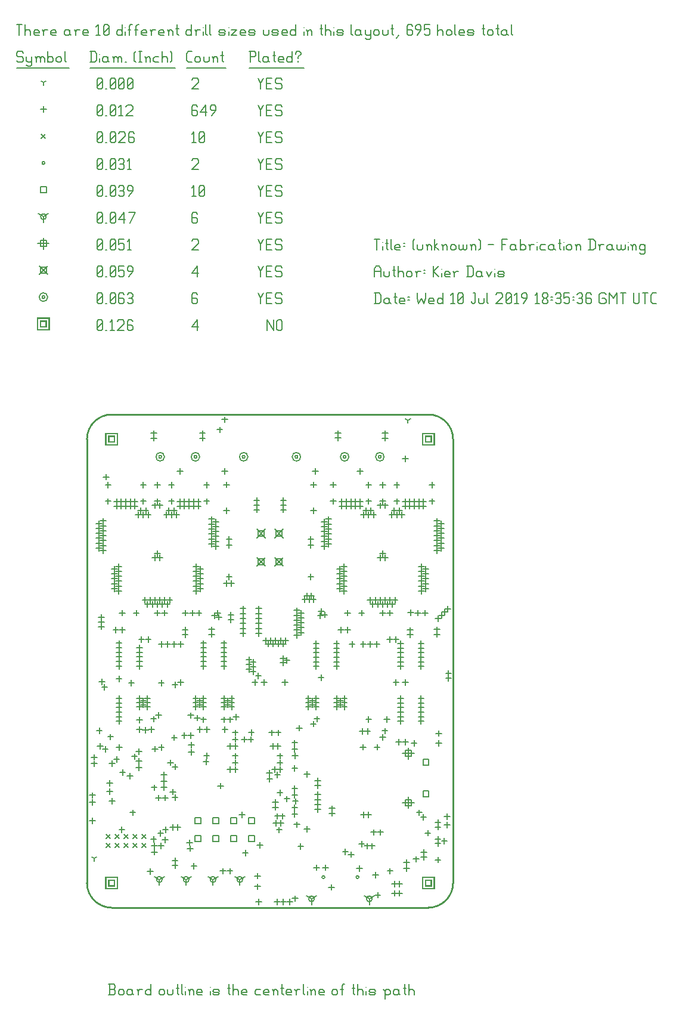
<source format=gbr>
G04 start of page 14 for group -3984 idx -3984 *
G04 Title: (unknown), fab *
G04 Creator: pcb 20140316 *
G04 CreationDate: Wed 10 Jul 2019 18:35:36 GMT UTC *
G04 For: kier *
G04 Format: Gerber/RS-274X *
G04 PCB-Dimensions (mil): 2755.91 3543.31 *
G04 PCB-Coordinate-Origin: lower left *
%MOIN*%
%FSLAX25Y25*%
%LNFAB*%
%ADD201C,0.0100*%
%ADD200C,0.0075*%
%ADD199C,0.0060*%
%ADD198R,0.0080X0.0080*%
G54D198*X51550Y302781D02*X54750D01*
X51550D02*Y299581D01*
X54750D01*
Y302781D02*Y299581D01*
X49950Y304381D02*X56350D01*
X49950D02*Y297981D01*
X56350D01*
Y304381D02*Y297981D01*
X51550Y54750D02*X54750D01*
X51550D02*Y51550D01*
X54750D01*
Y54750D02*Y51550D01*
X49950Y56350D02*X56350D01*
X49950D02*Y49950D01*
X56350D01*
Y56350D02*Y49950D01*
X228715Y54750D02*X231915D01*
X228715D02*Y51550D01*
X231915D01*
Y54750D02*Y51550D01*
X227115Y56350D02*X233515D01*
X227115D02*Y49950D01*
X233515D01*
Y56350D02*Y49950D01*
X228715Y302781D02*X231915D01*
X228715D02*Y299581D01*
X231915D01*
Y302781D02*Y299581D01*
X227115Y304381D02*X233515D01*
X227115D02*Y297981D01*
X233515D01*
Y304381D02*Y297981D01*
X13400Y367181D02*X16600D01*
X13400D02*Y363981D01*
X16600D01*
Y367181D02*Y363981D01*
X11800Y368781D02*X18200D01*
X11800D02*Y362381D01*
X18200D01*
Y368781D02*Y362381D01*
G54D199*X140000Y367831D02*Y361831D01*
Y367831D02*X143750Y361831D01*
Y367831D02*Y361831D01*
X145550Y367081D02*Y362581D01*
Y367081D02*X146300Y367831D01*
X147800D01*
X148550Y367081D01*
Y362581D01*
X147800Y361831D02*X148550Y362581D01*
X146300Y361831D02*X147800D01*
X145550Y362581D02*X146300Y361831D01*
X98000Y364081D02*X101000Y367831D01*
X98000Y364081D02*X101750D01*
X101000Y367831D02*Y361831D01*
X45000Y362581D02*X45750Y361831D01*
X45000Y367081D02*Y362581D01*
Y367081D02*X45750Y367831D01*
X47250D01*
X48000Y367081D01*
Y362581D01*
X47250Y361831D02*X48000Y362581D01*
X45750Y361831D02*X47250D01*
X45000Y363331D02*X48000Y366331D01*
X49800Y361831D02*X50550D01*
X52350Y366631D02*X53550Y367831D01*
Y361831D01*
X52350D02*X54600D01*
X56400Y367081D02*X57150Y367831D01*
X59400D01*
X60150Y367081D01*
Y365581D01*
X56400Y361831D02*X60150Y365581D01*
X56400Y361831D02*X60150D01*
X64200Y367831D02*X64950Y367081D01*
X62700Y367831D02*X64200D01*
X61950Y367081D02*X62700Y367831D01*
X61950Y367081D02*Y362581D01*
X62700Y361831D01*
X64200Y365131D02*X64950Y364381D01*
X61950Y365131D02*X64200D01*
X62700Y361831D02*X64200D01*
X64950Y362581D01*
Y364381D02*Y362581D01*
X99200Y291339D02*G75*G03X100800Y291339I800J0D01*G01*
G75*G03X99200Y291339I-800J0D01*G01*
X97600D02*G75*G03X102400Y291339I2400J0D01*G01*
G75*G03X97600Y291339I-2400J0D01*G01*
X79515D02*G75*G03X81115Y291339I800J0D01*G01*
G75*G03X79515Y291339I-800J0D01*G01*
X77915D02*G75*G03X82715Y291339I2400J0D01*G01*
G75*G03X77915Y291339I-2400J0D01*G01*
X202350D02*G75*G03X203950Y291339I800J0D01*G01*
G75*G03X202350Y291339I-800J0D01*G01*
X200750D02*G75*G03X205550Y291339I2400J0D01*G01*
G75*G03X200750Y291339I-2400J0D01*G01*
X182665D02*G75*G03X184265Y291339I800J0D01*G01*
G75*G03X182665Y291339I-800J0D01*G01*
X181065D02*G75*G03X185865Y291339I2400J0D01*G01*
G75*G03X181065Y291339I-2400J0D01*G01*
X155696D02*G75*G03X157296Y291339I800J0D01*G01*
G75*G03X155696Y291339I-800J0D01*G01*
X154096D02*G75*G03X158896Y291339I2400J0D01*G01*
G75*G03X154096Y291339I-2400J0D01*G01*
X126169D02*G75*G03X127769Y291339I800J0D01*G01*
G75*G03X126169Y291339I-800J0D01*G01*
X124569D02*G75*G03X129369Y291339I2400J0D01*G01*
G75*G03X124569Y291339I-2400J0D01*G01*
X14200Y380581D02*G75*G03X15800Y380581I800J0D01*G01*
G75*G03X14200Y380581I-800J0D01*G01*
X12600D02*G75*G03X17400Y380581I2400J0D01*G01*
G75*G03X12600Y380581I-2400J0D01*G01*
X135000Y382831D02*X136500Y379831D01*
X138000Y382831D01*
X136500Y379831D02*Y376831D01*
X139800Y380131D02*X142050D01*
X139800Y376831D02*X142800D01*
X139800Y382831D02*Y376831D01*
Y382831D02*X142800D01*
X147600D02*X148350Y382081D01*
X145350Y382831D02*X147600D01*
X144600Y382081D02*X145350Y382831D01*
X144600Y382081D02*Y380581D01*
X145350Y379831D01*
X147600D01*
X148350Y379081D01*
Y377581D01*
X147600Y376831D02*X148350Y377581D01*
X145350Y376831D02*X147600D01*
X144600Y377581D02*X145350Y376831D01*
X100250Y382831D02*X101000Y382081D01*
X98750Y382831D02*X100250D01*
X98000Y382081D02*X98750Y382831D01*
X98000Y382081D02*Y377581D01*
X98750Y376831D01*
X100250Y380131D02*X101000Y379381D01*
X98000Y380131D02*X100250D01*
X98750Y376831D02*X100250D01*
X101000Y377581D01*
Y379381D02*Y377581D01*
X45000D02*X45750Y376831D01*
X45000Y382081D02*Y377581D01*
Y382081D02*X45750Y382831D01*
X47250D01*
X48000Y382081D01*
Y377581D01*
X47250Y376831D02*X48000Y377581D01*
X45750Y376831D02*X47250D01*
X45000Y378331D02*X48000Y381331D01*
X49800Y376831D02*X50550D01*
X52350Y377581D02*X53100Y376831D01*
X52350Y382081D02*Y377581D01*
Y382081D02*X53100Y382831D01*
X54600D01*
X55350Y382081D01*
Y377581D01*
X54600Y376831D02*X55350Y377581D01*
X53100Y376831D02*X54600D01*
X52350Y378331D02*X55350Y381331D01*
X59400Y382831D02*X60150Y382081D01*
X57900Y382831D02*X59400D01*
X57150Y382081D02*X57900Y382831D01*
X57150Y382081D02*Y377581D01*
X57900Y376831D01*
X59400Y380131D02*X60150Y379381D01*
X57150Y380131D02*X59400D01*
X57900Y376831D02*X59400D01*
X60150Y377581D01*
Y379381D02*Y377581D01*
X61950Y382081D02*X62700Y382831D01*
X64200D01*
X64950Y382081D01*
X64200Y376831D02*X64950Y377581D01*
X62700Y376831D02*X64200D01*
X61950Y377581D02*X62700Y376831D01*
Y380131D02*X64200D01*
X64950Y382081D02*Y380881D01*
Y379381D02*Y377581D01*
Y379381D02*X64200Y380131D01*
X64950Y380881D02*X64200Y380131D01*
X144332Y250943D02*X149132Y246143D01*
X144332D02*X149132Y250943D01*
X145132Y250143D02*X148332D01*
X145132D02*Y246943D01*
X148332D01*
Y250143D02*Y246943D01*
X134332Y250943D02*X139132Y246143D01*
X134332D02*X139132Y250943D01*
X135132Y250143D02*X138332D01*
X135132D02*Y246943D01*
X138332D01*
Y250143D02*Y246943D01*
X134332Y234959D02*X139132Y230159D01*
X134332D02*X139132Y234959D01*
X135132Y234159D02*X138332D01*
X135132D02*Y230959D01*
X138332D01*
Y234159D02*Y230959D01*
X144332Y234959D02*X149132Y230159D01*
X144332D02*X149132Y234959D01*
X145132Y234159D02*X148332D01*
X145132D02*Y230959D01*
X148332D01*
Y234159D02*Y230959D01*
X12600Y397981D02*X17400Y393181D01*
X12600D02*X17400Y397981D01*
X13400Y397181D02*X16600D01*
X13400D02*Y393981D01*
X16600D01*
Y397181D02*Y393981D01*
X135000Y397831D02*X136500Y394831D01*
X138000Y397831D01*
X136500Y394831D02*Y391831D01*
X139800Y395131D02*X142050D01*
X139800Y391831D02*X142800D01*
X139800Y397831D02*Y391831D01*
Y397831D02*X142800D01*
X147600D02*X148350Y397081D01*
X145350Y397831D02*X147600D01*
X144600Y397081D02*X145350Y397831D01*
X144600Y397081D02*Y395581D01*
X145350Y394831D01*
X147600D01*
X148350Y394081D01*
Y392581D01*
X147600Y391831D02*X148350Y392581D01*
X145350Y391831D02*X147600D01*
X144600Y392581D02*X145350Y391831D01*
X98000Y394081D02*X101000Y397831D01*
X98000Y394081D02*X101750D01*
X101000Y397831D02*Y391831D01*
X45000Y392581D02*X45750Y391831D01*
X45000Y397081D02*Y392581D01*
Y397081D02*X45750Y397831D01*
X47250D01*
X48000Y397081D01*
Y392581D01*
X47250Y391831D02*X48000Y392581D01*
X45750Y391831D02*X47250D01*
X45000Y393331D02*X48000Y396331D01*
X49800Y391831D02*X50550D01*
X52350Y392581D02*X53100Y391831D01*
X52350Y397081D02*Y392581D01*
Y397081D02*X53100Y397831D01*
X54600D01*
X55350Y397081D01*
Y392581D01*
X54600Y391831D02*X55350Y392581D01*
X53100Y391831D02*X54600D01*
X52350Y393331D02*X55350Y396331D01*
X57150Y397831D02*X60150D01*
X57150D02*Y394831D01*
X57900Y395581D01*
X59400D01*
X60150Y394831D01*
Y392581D01*
X59400Y391831D02*X60150Y392581D01*
X57900Y391831D02*X59400D01*
X57150Y392581D02*X57900Y391831D01*
X62700D02*X64950Y394831D01*
Y397081D02*Y394831D01*
X64200Y397831D02*X64950Y397081D01*
X62700Y397831D02*X64200D01*
X61950Y397081D02*X62700Y397831D01*
X61950Y397081D02*Y395581D01*
X62700Y394831D01*
X64950D01*
X219094Y101231D02*Y94831D01*
X215894Y98031D02*X222294D01*
X217494Y99631D02*X220694D01*
X217494D02*Y96431D01*
X220694D01*
Y99631D02*Y96431D01*
X219094Y128791D02*Y122391D01*
X215894Y125591D02*X222294D01*
X217494Y127191D02*X220694D01*
X217494D02*Y123991D01*
X220694D01*
Y127191D02*Y123991D01*
X15000Y413781D02*Y407381D01*
X11800Y410581D02*X18200D01*
X13400Y412181D02*X16600D01*
X13400D02*Y408981D01*
X16600D01*
Y412181D02*Y408981D01*
X135000Y412831D02*X136500Y409831D01*
X138000Y412831D01*
X136500Y409831D02*Y406831D01*
X139800Y410131D02*X142050D01*
X139800Y406831D02*X142800D01*
X139800Y412831D02*Y406831D01*
Y412831D02*X142800D01*
X147600D02*X148350Y412081D01*
X145350Y412831D02*X147600D01*
X144600Y412081D02*X145350Y412831D01*
X144600Y412081D02*Y410581D01*
X145350Y409831D01*
X147600D01*
X148350Y409081D01*
Y407581D01*
X147600Y406831D02*X148350Y407581D01*
X145350Y406831D02*X147600D01*
X144600Y407581D02*X145350Y406831D01*
X98000Y412081D02*X98750Y412831D01*
X101000D01*
X101750Y412081D01*
Y410581D01*
X98000Y406831D02*X101750Y410581D01*
X98000Y406831D02*X101750D01*
X45000Y407581D02*X45750Y406831D01*
X45000Y412081D02*Y407581D01*
Y412081D02*X45750Y412831D01*
X47250D01*
X48000Y412081D01*
Y407581D01*
X47250Y406831D02*X48000Y407581D01*
X45750Y406831D02*X47250D01*
X45000Y408331D02*X48000Y411331D01*
X49800Y406831D02*X50550D01*
X52350Y407581D02*X53100Y406831D01*
X52350Y412081D02*Y407581D01*
Y412081D02*X53100Y412831D01*
X54600D01*
X55350Y412081D01*
Y407581D01*
X54600Y406831D02*X55350Y407581D01*
X53100Y406831D02*X54600D01*
X52350Y408331D02*X55350Y411331D01*
X57150Y412831D02*X60150D01*
X57150D02*Y409831D01*
X57900Y410581D01*
X59400D01*
X60150Y409831D01*
Y407581D01*
X59400Y406831D02*X60150Y407581D01*
X57900Y406831D02*X59400D01*
X57150Y407581D02*X57900Y406831D01*
X61950Y411631D02*X63150Y412831D01*
Y406831D01*
X61950D02*X64200D01*
X79862Y55118D02*Y51918D01*
Y55118D02*X82636Y56718D01*
X79862Y55118D02*X77089Y56718D01*
X78262Y55118D02*G75*G03X81462Y55118I1600J0D01*G01*
G75*G03X78262Y55118I-1600J0D01*G01*
X94862D02*Y51918D01*
Y55118D02*X97636Y56718D01*
X94862Y55118D02*X92089Y56718D01*
X93262Y55118D02*G75*G03X96462Y55118I1600J0D01*G01*
G75*G03X93262Y55118I-1600J0D01*G01*
X109862D02*Y51918D01*
Y55118D02*X112636Y56718D01*
X109862Y55118D02*X107089Y56718D01*
X108262Y55118D02*G75*G03X111462Y55118I1600J0D01*G01*
G75*G03X108262Y55118I-1600J0D01*G01*
X124862D02*Y51918D01*
Y55118D02*X127636Y56718D01*
X124862Y55118D02*X122089Y56718D01*
X123262Y55118D02*G75*G03X126462Y55118I1600J0D01*G01*
G75*G03X123262Y55118I-1600J0D01*G01*
X164961Y44291D02*Y41091D01*
Y44291D02*X167734Y45891D01*
X164961Y44291D02*X162187Y45891D01*
X163361Y44291D02*G75*G03X166561Y44291I1600J0D01*G01*
G75*G03X163361Y44291I-1600J0D01*G01*
X197244D02*Y41091D01*
Y44291D02*X200017Y45891D01*
X197244Y44291D02*X194471Y45891D01*
X195644Y44291D02*G75*G03X198844Y44291I1600J0D01*G01*
G75*G03X195644Y44291I-1600J0D01*G01*
X15000Y425581D02*Y422381D01*
Y425581D02*X17773Y427181D01*
X15000Y425581D02*X12227Y427181D01*
X13400Y425581D02*G75*G03X16600Y425581I1600J0D01*G01*
G75*G03X13400Y425581I-1600J0D01*G01*
X135000Y427831D02*X136500Y424831D01*
X138000Y427831D01*
X136500Y424831D02*Y421831D01*
X139800Y425131D02*X142050D01*
X139800Y421831D02*X142800D01*
X139800Y427831D02*Y421831D01*
Y427831D02*X142800D01*
X147600D02*X148350Y427081D01*
X145350Y427831D02*X147600D01*
X144600Y427081D02*X145350Y427831D01*
X144600Y427081D02*Y425581D01*
X145350Y424831D01*
X147600D01*
X148350Y424081D01*
Y422581D01*
X147600Y421831D02*X148350Y422581D01*
X145350Y421831D02*X147600D01*
X144600Y422581D02*X145350Y421831D01*
X100250Y427831D02*X101000Y427081D01*
X98750Y427831D02*X100250D01*
X98000Y427081D02*X98750Y427831D01*
X98000Y427081D02*Y422581D01*
X98750Y421831D01*
X100250Y425131D02*X101000Y424381D01*
X98000Y425131D02*X100250D01*
X98750Y421831D02*X100250D01*
X101000Y422581D01*
Y424381D02*Y422581D01*
X45000D02*X45750Y421831D01*
X45000Y427081D02*Y422581D01*
Y427081D02*X45750Y427831D01*
X47250D01*
X48000Y427081D01*
Y422581D01*
X47250Y421831D02*X48000Y422581D01*
X45750Y421831D02*X47250D01*
X45000Y423331D02*X48000Y426331D01*
X49800Y421831D02*X50550D01*
X52350Y422581D02*X53100Y421831D01*
X52350Y427081D02*Y422581D01*
Y427081D02*X53100Y427831D01*
X54600D01*
X55350Y427081D01*
Y422581D01*
X54600Y421831D02*X55350Y422581D01*
X53100Y421831D02*X54600D01*
X52350Y423331D02*X55350Y426331D01*
X57150Y424081D02*X60150Y427831D01*
X57150Y424081D02*X60900D01*
X60150Y427831D02*Y421831D01*
X63450D02*X66450Y427831D01*
X62700D02*X66450D01*
X129896Y89592D02*X133096D01*
X129896D02*Y86392D01*
X133096D01*
Y89592D02*Y86392D01*
X129896Y79592D02*X133096D01*
X129896D02*Y76392D01*
X133096D01*
Y79592D02*Y76392D01*
X119896Y89592D02*X123096D01*
X119896D02*Y86392D01*
X123096D01*
Y89592D02*Y86392D01*
X119896Y79592D02*X123096D01*
X119896D02*Y76392D01*
X123096D01*
Y79592D02*Y76392D01*
X109896Y89592D02*X113096D01*
X109896D02*Y86392D01*
X113096D01*
Y89592D02*Y86392D01*
X109896Y79592D02*X113096D01*
X109896D02*Y76392D01*
X113096D01*
Y79592D02*Y76392D01*
X99896Y89592D02*X103096D01*
X99896D02*Y86392D01*
X103096D01*
Y89592D02*Y86392D01*
X99896Y79592D02*X103096D01*
X99896D02*Y76392D01*
X103096D01*
Y79592D02*Y76392D01*
X227337Y104553D02*X230537D01*
X227337D02*Y101353D01*
X230537D01*
Y104553D02*Y101353D01*
X227337Y122269D02*X230537D01*
X227337D02*Y119069D01*
X230537D01*
Y122269D02*Y119069D01*
X13400Y442181D02*X16600D01*
X13400D02*Y438981D01*
X16600D01*
Y442181D02*Y438981D01*
X135000Y442831D02*X136500Y439831D01*
X138000Y442831D01*
X136500Y439831D02*Y436831D01*
X139800Y440131D02*X142050D01*
X139800Y436831D02*X142800D01*
X139800Y442831D02*Y436831D01*
Y442831D02*X142800D01*
X147600D02*X148350Y442081D01*
X145350Y442831D02*X147600D01*
X144600Y442081D02*X145350Y442831D01*
X144600Y442081D02*Y440581D01*
X145350Y439831D01*
X147600D01*
X148350Y439081D01*
Y437581D01*
X147600Y436831D02*X148350Y437581D01*
X145350Y436831D02*X147600D01*
X144600Y437581D02*X145350Y436831D01*
X98000Y441631D02*X99200Y442831D01*
Y436831D01*
X98000D02*X100250D01*
X102050Y437581D02*X102800Y436831D01*
X102050Y442081D02*Y437581D01*
Y442081D02*X102800Y442831D01*
X104300D01*
X105050Y442081D01*
Y437581D01*
X104300Y436831D02*X105050Y437581D01*
X102800Y436831D02*X104300D01*
X102050Y438331D02*X105050Y441331D01*
X45000Y437581D02*X45750Y436831D01*
X45000Y442081D02*Y437581D01*
Y442081D02*X45750Y442831D01*
X47250D01*
X48000Y442081D01*
Y437581D01*
X47250Y436831D02*X48000Y437581D01*
X45750Y436831D02*X47250D01*
X45000Y438331D02*X48000Y441331D01*
X49800Y436831D02*X50550D01*
X52350Y437581D02*X53100Y436831D01*
X52350Y442081D02*Y437581D01*
Y442081D02*X53100Y442831D01*
X54600D01*
X55350Y442081D01*
Y437581D01*
X54600Y436831D02*X55350Y437581D01*
X53100Y436831D02*X54600D01*
X52350Y438331D02*X55350Y441331D01*
X57150Y442081D02*X57900Y442831D01*
X59400D01*
X60150Y442081D01*
X59400Y436831D02*X60150Y437581D01*
X57900Y436831D02*X59400D01*
X57150Y437581D02*X57900Y436831D01*
Y440131D02*X59400D01*
X60150Y442081D02*Y440881D01*
Y439381D02*Y437581D01*
Y439381D02*X59400Y440131D01*
X60150Y440881D02*X59400Y440131D01*
X62700Y436831D02*X64950Y439831D01*
Y442081D02*Y439831D01*
X64200Y442831D02*X64950Y442081D01*
X62700Y442831D02*X64200D01*
X61950Y442081D02*X62700Y442831D01*
X61950Y442081D02*Y440581D01*
X62700Y439831D01*
X64950D01*
X170755Y56417D02*G75*G03X172355Y56417I800J0D01*G01*
G75*G03X170755Y56417I-800J0D01*G01*
X189850D02*G75*G03X191450Y56417I800J0D01*G01*
G75*G03X189850Y56417I-800J0D01*G01*
X14200Y455581D02*G75*G03X15800Y455581I800J0D01*G01*
G75*G03X14200Y455581I-800J0D01*G01*
X135000Y457831D02*X136500Y454831D01*
X138000Y457831D01*
X136500Y454831D02*Y451831D01*
X139800Y455131D02*X142050D01*
X139800Y451831D02*X142800D01*
X139800Y457831D02*Y451831D01*
Y457831D02*X142800D01*
X147600D02*X148350Y457081D01*
X145350Y457831D02*X147600D01*
X144600Y457081D02*X145350Y457831D01*
X144600Y457081D02*Y455581D01*
X145350Y454831D01*
X147600D01*
X148350Y454081D01*
Y452581D01*
X147600Y451831D02*X148350Y452581D01*
X145350Y451831D02*X147600D01*
X144600Y452581D02*X145350Y451831D01*
X98000Y457081D02*X98750Y457831D01*
X101000D01*
X101750Y457081D01*
Y455581D01*
X98000Y451831D02*X101750Y455581D01*
X98000Y451831D02*X101750D01*
X45000Y452581D02*X45750Y451831D01*
X45000Y457081D02*Y452581D01*
Y457081D02*X45750Y457831D01*
X47250D01*
X48000Y457081D01*
Y452581D01*
X47250Y451831D02*X48000Y452581D01*
X45750Y451831D02*X47250D01*
X45000Y453331D02*X48000Y456331D01*
X49800Y451831D02*X50550D01*
X52350Y452581D02*X53100Y451831D01*
X52350Y457081D02*Y452581D01*
Y457081D02*X53100Y457831D01*
X54600D01*
X55350Y457081D01*
Y452581D01*
X54600Y451831D02*X55350Y452581D01*
X53100Y451831D02*X54600D01*
X52350Y453331D02*X55350Y456331D01*
X57150Y457081D02*X57900Y457831D01*
X59400D01*
X60150Y457081D01*
X59400Y451831D02*X60150Y452581D01*
X57900Y451831D02*X59400D01*
X57150Y452581D02*X57900Y451831D01*
Y455131D02*X59400D01*
X60150Y457081D02*Y455881D01*
Y454381D02*Y452581D01*
Y454381D02*X59400Y455131D01*
X60150Y455881D02*X59400Y455131D01*
X61950Y456631D02*X63150Y457831D01*
Y451831D01*
X61950D02*X64200D01*
X50113Y75331D02*X52513Y72931D01*
X50113D02*X52513Y75331D01*
X50113Y80331D02*X52513Y77931D01*
X50113D02*X52513Y80331D01*
X55113Y75331D02*X57513Y72931D01*
X55113D02*X57513Y75331D01*
X55113Y80331D02*X57513Y77931D01*
X55113D02*X57513Y80331D01*
X60113Y75331D02*X62513Y72931D01*
X60113D02*X62513Y75331D01*
X60113Y80331D02*X62513Y77931D01*
X60113D02*X62513Y80331D01*
X65113Y75331D02*X67513Y72931D01*
X65113D02*X67513Y75331D01*
X65113Y80331D02*X67513Y77931D01*
X65113D02*X67513Y80331D01*
X70113Y75331D02*X72513Y72931D01*
X70113D02*X72513Y75331D01*
X70113Y80331D02*X72513Y77931D01*
X70113D02*X72513Y80331D01*
X13800Y471781D02*X16200Y469381D01*
X13800D02*X16200Y471781D01*
X135000Y472831D02*X136500Y469831D01*
X138000Y472831D01*
X136500Y469831D02*Y466831D01*
X139800Y470131D02*X142050D01*
X139800Y466831D02*X142800D01*
X139800Y472831D02*Y466831D01*
Y472831D02*X142800D01*
X147600D02*X148350Y472081D01*
X145350Y472831D02*X147600D01*
X144600Y472081D02*X145350Y472831D01*
X144600Y472081D02*Y470581D01*
X145350Y469831D01*
X147600D01*
X148350Y469081D01*
Y467581D01*
X147600Y466831D02*X148350Y467581D01*
X145350Y466831D02*X147600D01*
X144600Y467581D02*X145350Y466831D01*
X98000Y471631D02*X99200Y472831D01*
Y466831D01*
X98000D02*X100250D01*
X102050Y467581D02*X102800Y466831D01*
X102050Y472081D02*Y467581D01*
Y472081D02*X102800Y472831D01*
X104300D01*
X105050Y472081D01*
Y467581D01*
X104300Y466831D02*X105050Y467581D01*
X102800Y466831D02*X104300D01*
X102050Y468331D02*X105050Y471331D01*
X45000Y467581D02*X45750Y466831D01*
X45000Y472081D02*Y467581D01*
Y472081D02*X45750Y472831D01*
X47250D01*
X48000Y472081D01*
Y467581D01*
X47250Y466831D02*X48000Y467581D01*
X45750Y466831D02*X47250D01*
X45000Y468331D02*X48000Y471331D01*
X49800Y466831D02*X50550D01*
X52350Y467581D02*X53100Y466831D01*
X52350Y472081D02*Y467581D01*
Y472081D02*X53100Y472831D01*
X54600D01*
X55350Y472081D01*
Y467581D01*
X54600Y466831D02*X55350Y467581D01*
X53100Y466831D02*X54600D01*
X52350Y468331D02*X55350Y471331D01*
X57150Y472081D02*X57900Y472831D01*
X60150D01*
X60900Y472081D01*
Y470581D01*
X57150Y466831D02*X60900Y470581D01*
X57150Y466831D02*X60900D01*
X64950Y472831D02*X65700Y472081D01*
X63450Y472831D02*X64950D01*
X62700Y472081D02*X63450Y472831D01*
X62700Y472081D02*Y467581D01*
X63450Y466831D01*
X64950Y470131D02*X65700Y469381D01*
X62700Y470131D02*X64950D01*
X63450Y466831D02*X64950D01*
X65700Y467581D01*
Y469381D02*Y467581D01*
X204724Y277191D02*Y273991D01*
X203124Y275591D02*X206324D01*
X78740Y277191D02*Y273991D01*
X77140Y275591D02*X80340D01*
X167126Y284868D02*Y281668D01*
X165526Y283268D02*X168726D01*
X192126Y284868D02*Y281668D01*
X190526Y283268D02*X193726D01*
X181890Y267939D02*Y264739D01*
X180290Y266339D02*X183490D01*
X181890Y265380D02*Y262180D01*
X180290Y263780D02*X183490D01*
X184449Y267939D02*Y264739D01*
X182849Y266339D02*X186049D01*
X184449Y265380D02*Y262180D01*
X182849Y263780D02*X186049D01*
X187008Y267939D02*Y264739D01*
X185408Y266339D02*X188608D01*
X187008Y265380D02*Y262180D01*
X185408Y263780D02*X188608D01*
X189567Y267939D02*Y264739D01*
X187967Y266339D02*X191167D01*
X189567Y265380D02*Y262180D01*
X187967Y263780D02*X191167D01*
X192126Y267939D02*Y264739D01*
X190526Y266339D02*X193726D01*
X192126Y265380D02*Y262180D01*
X190526Y263780D02*X193726D01*
X227559Y267939D02*Y264739D01*
X225959Y266339D02*X229159D01*
X227559Y265380D02*Y262180D01*
X225959Y263780D02*X229159D01*
X225000Y267939D02*Y264739D01*
X223400Y266339D02*X226600D01*
X225000Y265380D02*Y262180D01*
X223400Y263780D02*X226600D01*
X222441Y267939D02*Y264739D01*
X220841Y266339D02*X224041D01*
X222441Y265380D02*Y262180D01*
X220841Y263780D02*X224041D01*
X219882Y267939D02*Y264739D01*
X218282Y266339D02*X221482D01*
X219882Y265380D02*Y262180D01*
X218282Y263780D02*X221482D01*
X217323Y267939D02*Y264739D01*
X215723Y266339D02*X218923D01*
X217323Y291954D02*Y288754D01*
X215723Y290354D02*X218923D01*
X192913Y205734D02*Y202534D01*
X191313Y204134D02*X194513D01*
X208661Y205734D02*Y202534D01*
X207061Y204134D02*X210261D01*
X212205Y190970D02*Y187770D01*
X210605Y189370D02*X213805D01*
X199606Y260655D02*Y257455D01*
X198006Y259055D02*X201206D01*
X196850Y260655D02*Y257455D01*
X195250Y259055D02*X198450D01*
X194094Y260655D02*Y257455D01*
X192494Y259055D02*X195694D01*
X198228Y263017D02*Y259817D01*
X196628Y261417D02*X199828D01*
X180709Y230340D02*Y227140D01*
X179109Y228740D02*X182309D01*
X183071Y231718D02*Y228518D01*
X181471Y230118D02*X184671D01*
X183071Y228962D02*Y225762D01*
X181471Y227362D02*X184671D01*
X183071Y226206D02*Y223006D01*
X181471Y224606D02*X184671D01*
X180709Y227584D02*Y224384D01*
X179109Y225984D02*X182309D01*
X180709Y224828D02*Y221628D01*
X179109Y223228D02*X182309D01*
X183071Y223450D02*Y220250D01*
X181471Y221850D02*X184671D01*
X183071Y220694D02*Y217494D01*
X181471Y219094D02*X184671D01*
X183071Y217939D02*Y214739D01*
X181471Y216339D02*X184671D01*
X180709Y222072D02*Y218872D01*
X179109Y220472D02*X182309D01*
X180709Y219317D02*Y216117D01*
X179109Y217717D02*X182309D01*
X197835Y213017D02*Y209817D01*
X196235Y211417D02*X199435D01*
X200591Y213017D02*Y209817D01*
X198991Y211417D02*X202191D01*
X203346Y213017D02*Y209817D01*
X201746Y211417D02*X204946D01*
X206102Y213017D02*Y209817D01*
X204502Y211417D02*X207702D01*
X208858Y213017D02*Y209817D01*
X207258Y211417D02*X210458D01*
X211614Y213017D02*Y209817D01*
X210014Y211417D02*X213214D01*
X226378Y217939D02*Y214739D01*
X224778Y216339D02*X227978D01*
X228740Y219317D02*Y216117D01*
X227140Y217717D02*X230340D01*
X228740Y230340D02*Y227140D01*
X227140Y228740D02*X230340D01*
X226378Y231718D02*Y228518D01*
X224778Y230118D02*X227978D01*
X226378Y228962D02*Y225762D01*
X224778Y227362D02*X227978D01*
X228740Y227584D02*Y224384D01*
X227140Y225984D02*X230340D01*
X226378Y226206D02*Y223006D01*
X224778Y224606D02*X227978D01*
X228740Y224828D02*Y221628D01*
X227140Y223228D02*X230340D01*
X228740Y222072D02*Y218872D01*
X227140Y220472D02*X230340D01*
X226378Y223450D02*Y220250D01*
X224778Y221850D02*X227978D01*
X226378Y220694D02*Y217494D01*
X224778Y219094D02*X227978D01*
X209843Y260655D02*Y257455D01*
X208243Y259055D02*X211443D01*
X212598Y260655D02*Y257455D01*
X210998Y259055D02*X214198D01*
X215354Y260655D02*Y257455D01*
X213754Y259055D02*X216954D01*
X213976Y263017D02*Y259817D01*
X212376Y261417D02*X215576D01*
X196850Y268135D02*Y264935D01*
X195250Y266535D02*X198450D01*
X196850Y277191D02*Y273991D01*
X195250Y275591D02*X198450D01*
X177165Y268135D02*Y264935D01*
X175565Y266535D02*X178765D01*
X177165Y277387D02*Y274187D01*
X175565Y275787D02*X178765D01*
X212598Y268135D02*Y264935D01*
X210998Y266535D02*X214198D01*
X212598Y277191D02*Y273991D01*
X210998Y275591D02*X214198D01*
X232283Y277191D02*Y273991D01*
X230683Y275591D02*X233883D01*
X232283Y268135D02*Y264935D01*
X230683Y266535D02*X233883D01*
X203346Y236639D02*Y233439D01*
X201746Y235039D02*X204946D01*
X206102Y236639D02*Y233439D01*
X204502Y235039D02*X207702D01*
X204724Y239002D02*Y235802D01*
X203124Y237402D02*X206324D01*
X204724Y268135D02*Y264935D01*
X203124Y266535D02*X206324D01*
X203346Y265773D02*Y262573D01*
X201746Y264173D02*X204946D01*
X206102Y265773D02*Y262573D01*
X204502Y264173D02*X207702D01*
X214764Y188608D02*Y185408D01*
X213164Y187008D02*X216364D01*
X214764Y186049D02*Y182849D01*
X213164Y184449D02*X216364D01*
X214764Y183490D02*Y180290D01*
X213164Y181890D02*X216364D01*
X214764Y180931D02*Y177731D01*
X213164Y179331D02*X216364D01*
X214764Y178372D02*Y175172D01*
X213164Y176772D02*X216364D01*
X214764Y175813D02*Y172613D01*
X213164Y174213D02*X216364D01*
X226181Y188608D02*Y185408D01*
X224581Y187008D02*X227781D01*
X226181Y186049D02*Y182849D01*
X224581Y184449D02*X227781D01*
X226181Y183490D02*Y180290D01*
X224581Y181890D02*X227781D01*
X226181Y180931D02*Y177731D01*
X224581Y179331D02*X227781D01*
X226181Y178372D02*Y175172D01*
X224581Y176772D02*X227781D01*
X226181Y175813D02*Y172613D01*
X224581Y174213D02*X227781D01*
X178937Y188608D02*Y185408D01*
X177337Y187008D02*X180537D01*
X178937Y186049D02*Y182849D01*
X177337Y184449D02*X180537D01*
X178937Y183490D02*Y180290D01*
X177337Y181890D02*X180537D01*
X178937Y180931D02*Y177731D01*
X177337Y179331D02*X180537D01*
X178937Y178372D02*Y175172D01*
X177337Y176772D02*X180537D01*
X178937Y175813D02*Y172613D01*
X177337Y174213D02*X180537D01*
X167520Y188608D02*Y185408D01*
X165920Y187008D02*X169120D01*
X167520Y186049D02*Y182849D01*
X165920Y184449D02*X169120D01*
X167520Y183490D02*Y180290D01*
X165920Y181890D02*X169120D01*
X167520Y180931D02*Y177731D01*
X165920Y179331D02*X169120D01*
X167520Y178372D02*Y175172D01*
X165920Y176772D02*X169120D01*
X167520Y175813D02*Y172613D01*
X165920Y174213D02*X169120D01*
X142126Y190183D02*Y186983D01*
X140526Y188583D02*X143726D01*
X144882Y190183D02*Y186983D01*
X143282Y188583D02*X146482D01*
X147638Y190183D02*Y186983D01*
X146038Y188583D02*X149238D01*
X150394Y190183D02*Y186983D01*
X148794Y188583D02*X151994D01*
X156693Y207112D02*Y203912D01*
X155093Y205512D02*X158293D01*
X156693Y204356D02*Y201156D01*
X155093Y202756D02*X158293D01*
X156693Y201600D02*Y198400D01*
X155093Y200000D02*X158293D01*
X156693Y198844D02*Y195644D01*
X155093Y197244D02*X158293D01*
X156693Y196088D02*Y192888D01*
X155093Y194488D02*X158293D01*
X156693Y193332D02*Y190132D01*
X155093Y191732D02*X158293D01*
X159055Y205734D02*Y202534D01*
X157455Y204134D02*X160655D01*
X135433Y205340D02*Y202140D01*
X133833Y203740D02*X137033D01*
X135433Y202584D02*Y199384D01*
X133833Y200984D02*X137033D01*
X135433Y199828D02*Y196628D01*
X133833Y198228D02*X137033D01*
X135433Y197072D02*Y193872D01*
X133833Y195472D02*X137033D01*
X135433Y194317D02*Y191117D01*
X133833Y192717D02*X137033D01*
X135433Y208096D02*Y204896D01*
X133833Y206496D02*X137033D01*
X126575Y205340D02*Y202140D01*
X124975Y203740D02*X128175D01*
X126575Y202584D02*Y199384D01*
X124975Y200984D02*X128175D01*
X126575Y199828D02*Y196628D01*
X124975Y198228D02*X128175D01*
X126575Y197072D02*Y193872D01*
X124975Y195472D02*X128175D01*
X126575Y194317D02*Y191117D01*
X124975Y192717D02*X128175D01*
X126575Y208096D02*Y204896D01*
X124975Y206496D02*X128175D01*
X134252Y265970D02*Y262770D01*
X132652Y264370D02*X135852D01*
X134252Y268529D02*Y265329D01*
X132652Y266929D02*X135852D01*
X134252Y263411D02*Y260211D01*
X132652Y261811D02*X135852D01*
X149213Y265970D02*Y262770D01*
X147613Y264370D02*X150813D01*
X149213Y268529D02*Y265329D01*
X147613Y266929D02*X150813D01*
X149213Y263411D02*Y260211D01*
X147613Y261811D02*X150813D01*
X185039Y205734D02*Y202534D01*
X183439Y204134D02*X186639D01*
X185039Y196285D02*Y193085D01*
X183439Y194685D02*X186639D01*
X220472Y205931D02*Y202731D01*
X218872Y204331D02*X222072D01*
X220079Y196088D02*Y192888D01*
X218479Y194488D02*X221679D01*
X224409Y205734D02*Y202534D01*
X222809Y204134D02*X226009D01*
X220079Y193529D02*Y190329D01*
X218479Y191929D02*X221679D01*
X199213Y210655D02*Y207455D01*
X197613Y209055D02*X200813D01*
X201969Y210655D02*Y207455D01*
X200369Y209055D02*X203569D01*
X204724Y210655D02*Y207455D01*
X203124Y209055D02*X206324D01*
X207480Y210655D02*Y207455D01*
X205880Y209055D02*X209080D01*
X210236Y210655D02*Y207455D01*
X208636Y209055D02*X211836D01*
X217323Y265380D02*Y262180D01*
X215723Y263780D02*X218923D01*
X211220Y263017D02*Y259817D01*
X209620Y261417D02*X212820D01*
X235039Y257112D02*Y253912D01*
X233439Y255512D02*X236639D01*
X237402Y241954D02*Y238754D01*
X235802Y240354D02*X239002D01*
X235039Y240576D02*Y237376D01*
X233439Y238976D02*X236639D01*
X235039Y254356D02*Y251156D01*
X233439Y252756D02*X236639D01*
X237402Y252978D02*Y249778D01*
X235802Y251378D02*X239002D01*
X235039Y251600D02*Y248400D01*
X233439Y250000D02*X236639D01*
X235039Y248844D02*Y245644D01*
X233439Y247244D02*X236639D01*
X235039Y246088D02*Y242888D01*
X233439Y244488D02*X236639D01*
X237402Y250222D02*Y247022D01*
X235802Y248622D02*X239002D01*
X237402Y247466D02*Y244266D01*
X235802Y245866D02*X239002D01*
X237402Y244710D02*Y241510D01*
X235802Y243110D02*X239002D01*
X235039Y243332D02*Y240132D01*
X233439Y241732D02*X236639D01*
X237402Y255734D02*Y252534D01*
X235802Y254134D02*X239002D01*
X195472Y263017D02*Y259817D01*
X193872Y261417D02*X197072D01*
X241142Y207899D02*Y204699D01*
X239542Y206299D02*X242742D01*
X239370Y206128D02*Y202928D01*
X237770Y204528D02*X240970D01*
X237598Y204356D02*Y201156D01*
X235998Y202756D02*X239198D01*
X235827Y202584D02*Y199384D01*
X234227Y200984D02*X237427D01*
X170472Y206521D02*Y203321D01*
X168872Y204921D02*X172072D01*
X172244Y204750D02*Y201550D01*
X170644Y203150D02*X173844D01*
X169882Y204159D02*Y200959D01*
X168282Y202559D02*X171482D01*
X159055Y202978D02*Y199778D01*
X157455Y201378D02*X160655D01*
X159055Y200222D02*Y197022D01*
X157455Y198622D02*X160655D01*
X159055Y197466D02*Y194266D01*
X157455Y195866D02*X160655D01*
X159055Y194710D02*Y191510D01*
X157455Y193110D02*X160655D01*
X139370Y190183D02*Y186983D01*
X137770Y188583D02*X140970D01*
X235039Y196482D02*Y193282D01*
X233439Y194882D02*X236639D01*
X235039Y193726D02*Y190526D01*
X233439Y192126D02*X236639D01*
X166142Y263017D02*Y259817D01*
X164542Y261417D02*X167742D01*
X117323Y263017D02*Y259817D01*
X115723Y261417D02*X118923D01*
X118898Y243529D02*Y240329D01*
X117298Y241929D02*X120498D01*
X164567Y243529D02*Y240329D01*
X162967Y241929D02*X166167D01*
X165945Y213214D02*Y210014D01*
X164345Y211614D02*X167545D01*
X163583Y213214D02*Y210014D01*
X161983Y211614D02*X165183D01*
X161220Y213214D02*Y210014D01*
X159620Y211614D02*X162820D01*
X162402Y215380D02*Y212180D01*
X160802Y213780D02*X164002D01*
X164764Y215380D02*Y212180D01*
X163164Y213780D02*X166364D01*
X193898Y188214D02*Y185014D01*
X192298Y186614D02*X195498D01*
X201378Y188214D02*Y185014D01*
X199778Y186614D02*X202978D01*
X104528Y157899D02*Y154699D01*
X102928Y156299D02*X106128D01*
X104528Y155537D02*Y152337D01*
X102928Y153937D02*X106128D01*
X104528Y153175D02*Y149975D01*
X102928Y151575D02*X106128D01*
X102362Y156718D02*Y153518D01*
X100762Y155118D02*X103962D01*
X102362Y154356D02*Y151156D01*
X100762Y152756D02*X103962D01*
X100197Y155537D02*Y152337D01*
X98597Y153937D02*X101797D01*
X115945Y157899D02*Y154699D01*
X114345Y156299D02*X117545D01*
X115945Y155537D02*Y152337D01*
X114345Y153937D02*X117545D01*
X115945Y153175D02*Y149975D01*
X114345Y151575D02*X117545D01*
X118110Y156718D02*Y153518D01*
X116510Y155118D02*X119710D01*
X118110Y154356D02*Y151156D01*
X116510Y152756D02*X119710D01*
X120276Y155537D02*Y152337D01*
X118676Y153937D02*X121876D01*
X57283Y157899D02*Y154699D01*
X55683Y156299D02*X58883D01*
X57283Y155340D02*Y152140D01*
X55683Y153740D02*X58883D01*
X57283Y152781D02*Y149581D01*
X55683Y151181D02*X58883D01*
X57283Y150222D02*Y147022D01*
X55683Y148622D02*X58883D01*
X57283Y147663D02*Y144463D01*
X55683Y146063D02*X58883D01*
X57283Y145104D02*Y141904D01*
X55683Y143504D02*X58883D01*
X68701Y157899D02*Y154699D01*
X67101Y156299D02*X70301D01*
X68701Y155537D02*Y152337D01*
X67101Y153937D02*X70301D01*
X68701Y153175D02*Y149975D01*
X67101Y151575D02*X70301D01*
X70866Y156718D02*Y153518D01*
X69266Y155118D02*X72466D01*
X70866Y154356D02*Y151156D01*
X69266Y152756D02*X72466D01*
X73031Y155537D02*Y152337D01*
X71431Y153937D02*X74631D01*
X214764Y157899D02*Y154699D01*
X213164Y156299D02*X216364D01*
X214764Y155340D02*Y152140D01*
X213164Y153740D02*X216364D01*
X214764Y152781D02*Y149581D01*
X213164Y151181D02*X216364D01*
X214764Y150222D02*Y147022D01*
X213164Y148622D02*X216364D01*
X214764Y147663D02*Y144463D01*
X213164Y146063D02*X216364D01*
X214764Y145104D02*Y141904D01*
X213164Y143504D02*X216364D01*
X226181Y157899D02*Y154699D01*
X224581Y156299D02*X227781D01*
X226181Y155340D02*Y152140D01*
X224581Y153740D02*X227781D01*
X226181Y152781D02*Y149581D01*
X224581Y151181D02*X227781D01*
X226181Y150222D02*Y147022D01*
X224581Y148622D02*X227781D01*
X226181Y147663D02*Y144463D01*
X224581Y146063D02*X227781D01*
X226181Y145104D02*Y141904D01*
X224581Y143504D02*X227781D01*
X167520Y157899D02*Y154699D01*
X165920Y156299D02*X169120D01*
X167520Y155537D02*Y152337D01*
X165920Y153937D02*X169120D01*
X167520Y153175D02*Y149975D01*
X165920Y151575D02*X169120D01*
X165354Y156718D02*Y153518D01*
X163754Y155118D02*X166954D01*
X165354Y154356D02*Y151156D01*
X163754Y152756D02*X166954D01*
X163189Y153175D02*Y149975D01*
X161589Y151575D02*X164789D01*
X178937Y157899D02*Y154699D01*
X177337Y156299D02*X180537D01*
X178937Y155537D02*Y152337D01*
X177337Y153937D02*X180537D01*
X178937Y153175D02*Y149975D01*
X177337Y151575D02*X180537D01*
X181102Y156718D02*Y153518D01*
X179502Y155118D02*X182702D01*
X181102Y154356D02*Y151156D01*
X179502Y152756D02*X182702D01*
X183268Y155537D02*Y152337D01*
X181668Y153937D02*X184868D01*
X55906Y267939D02*Y264739D01*
X54306Y266339D02*X57506D01*
X55906Y265380D02*Y262180D01*
X54306Y263780D02*X57506D01*
X58465Y267939D02*Y264739D01*
X56865Y266339D02*X60065D01*
X58465Y265380D02*Y262180D01*
X56865Y263780D02*X60065D01*
X61024Y267939D02*Y264739D01*
X59424Y266339D02*X62624D01*
X61024Y265380D02*Y262180D01*
X59424Y263780D02*X62624D01*
X63583Y267939D02*Y264739D01*
X61983Y266339D02*X65183D01*
X63583Y265380D02*Y262180D01*
X61983Y263780D02*X65183D01*
X66142Y267939D02*Y264739D01*
X64542Y266339D02*X67742D01*
X66142Y265380D02*Y262180D01*
X64542Y263780D02*X67742D01*
X101575Y267939D02*Y264739D01*
X99975Y266339D02*X103175D01*
X101575Y265380D02*Y262180D01*
X99975Y263780D02*X103175D01*
X99016Y267939D02*Y264739D01*
X97416Y266339D02*X100616D01*
X99016Y265380D02*Y262180D01*
X97416Y263780D02*X100616D01*
X96457Y267939D02*Y264739D01*
X94857Y266339D02*X98057D01*
X96457Y265380D02*Y262180D01*
X94857Y263780D02*X98057D01*
X93898Y267939D02*Y264739D01*
X92298Y266339D02*X95498D01*
X93898Y265380D02*Y262180D01*
X92298Y263780D02*X95498D01*
X91339Y267939D02*Y264739D01*
X89739Y266339D02*X92939D01*
X73622Y260655D02*Y257455D01*
X72022Y259055D02*X75222D01*
X70866Y260655D02*Y257455D01*
X69266Y259055D02*X72466D01*
X68110Y260655D02*Y257455D01*
X66510Y259055D02*X69710D01*
X72244Y263017D02*Y259817D01*
X70644Y261417D02*X73844D01*
X46063Y247466D02*Y244266D01*
X44463Y245866D02*X47663D01*
X46063Y250222D02*Y247022D01*
X44463Y248622D02*X47663D01*
X46063Y252978D02*Y249778D01*
X44463Y251378D02*X47663D01*
X48425Y257112D02*Y253912D01*
X46825Y255512D02*X50025D01*
X46063Y255734D02*Y252534D01*
X44463Y254134D02*X47663D01*
X48425Y254356D02*Y251156D01*
X46825Y252756D02*X50025D01*
X48425Y251600D02*Y248400D01*
X46825Y250000D02*X50025D01*
X48425Y248844D02*Y245644D01*
X46825Y247244D02*X50025D01*
X48425Y246088D02*Y242888D01*
X46825Y244488D02*X50025D01*
X48425Y243332D02*Y240132D01*
X46825Y241732D02*X50025D01*
X48425Y240576D02*Y237376D01*
X46825Y238976D02*X50025D01*
X46063Y241954D02*Y238754D01*
X44463Y240354D02*X47663D01*
X54724Y230340D02*Y227140D01*
X53124Y228740D02*X56324D01*
X57087Y231718D02*Y228518D01*
X55487Y230118D02*X58687D01*
X57087Y228962D02*Y225762D01*
X55487Y227362D02*X58687D01*
X57087Y226206D02*Y223006D01*
X55487Y224606D02*X58687D01*
X54724Y227584D02*Y224384D01*
X53124Y225984D02*X56324D01*
X54724Y224828D02*Y221628D01*
X53124Y223228D02*X56324D01*
X57087Y223450D02*Y220250D01*
X55487Y221850D02*X58687D01*
X57087Y220694D02*Y217494D01*
X55487Y219094D02*X58687D01*
X57087Y217939D02*Y214739D01*
X55487Y216339D02*X58687D01*
X54724Y222072D02*Y218872D01*
X53124Y220472D02*X56324D01*
X54724Y219317D02*Y216117D01*
X53124Y217717D02*X56324D01*
X71850Y213017D02*Y209817D01*
X70250Y211417D02*X73450D01*
X74606Y213017D02*Y209817D01*
X73006Y211417D02*X76206D01*
X77362Y213017D02*Y209817D01*
X75762Y211417D02*X78962D01*
X80118Y213017D02*Y209817D01*
X78518Y211417D02*X81718D01*
X82874Y213017D02*Y209817D01*
X81274Y211417D02*X84474D01*
X85630Y213017D02*Y209817D01*
X84030Y211417D02*X87230D01*
X100394Y217939D02*Y214739D01*
X98794Y216339D02*X101994D01*
X102756Y219317D02*Y216117D01*
X101156Y217717D02*X104356D01*
X102756Y230340D02*Y227140D01*
X101156Y228740D02*X104356D01*
X100394Y231718D02*Y228518D01*
X98794Y230118D02*X101994D01*
X100394Y228962D02*Y225762D01*
X98794Y227362D02*X101994D01*
X102756Y227584D02*Y224384D01*
X101156Y225984D02*X104356D01*
X100394Y226206D02*Y223006D01*
X98794Y224606D02*X101994D01*
X102756Y224828D02*Y221628D01*
X101156Y223228D02*X104356D01*
X102756Y222072D02*Y218872D01*
X101156Y220472D02*X104356D01*
X100394Y223450D02*Y220250D01*
X98794Y221850D02*X101994D01*
X100394Y220694D02*Y217494D01*
X98794Y219094D02*X101994D01*
X83858Y260655D02*Y257455D01*
X82258Y259055D02*X85458D01*
X86614Y260655D02*Y257455D01*
X85014Y259055D02*X88214D01*
X89370Y260655D02*Y257455D01*
X87770Y259055D02*X90970D01*
X87992Y263017D02*Y259817D01*
X86392Y261417D02*X89592D01*
X70866Y268135D02*Y264935D01*
X69266Y266535D02*X72466D01*
X51181Y268135D02*Y264935D01*
X49581Y266535D02*X52781D01*
X86614Y268135D02*Y264935D01*
X85014Y266535D02*X88214D01*
X106299Y268135D02*Y264935D01*
X104699Y266535D02*X107899D01*
X77362Y236639D02*Y233439D01*
X75762Y235039D02*X78962D01*
X80118Y236639D02*Y233439D01*
X78518Y235039D02*X81718D01*
X78740Y239002D02*Y235802D01*
X77140Y237402D02*X80340D01*
X78740Y268135D02*Y264935D01*
X77140Y266535D02*X80340D01*
X77362Y265773D02*Y262573D01*
X75762Y264173D02*X78962D01*
X80118Y265773D02*Y262573D01*
X78518Y264173D02*X81718D01*
X73228Y210655D02*Y207455D01*
X71628Y209055D02*X74828D01*
X75984Y210655D02*Y207455D01*
X74384Y209055D02*X77584D01*
X78740Y210655D02*Y207455D01*
X77140Y209055D02*X80340D01*
X81496Y210655D02*Y207455D01*
X79896Y209055D02*X83096D01*
X84252Y210655D02*Y207455D01*
X82652Y209055D02*X85852D01*
X91339Y265380D02*Y262180D01*
X89739Y263780D02*X92939D01*
X85236Y263017D02*Y259817D01*
X83636Y261417D02*X86836D01*
X69488Y263017D02*Y259817D01*
X67888Y261417D02*X71088D01*
X46063Y244710D02*Y241510D01*
X44463Y243110D02*X47663D01*
X70866Y277191D02*Y273991D01*
X69266Y275591D02*X72466D01*
X86614Y277191D02*Y273991D01*
X85014Y275591D02*X88214D01*
X51181Y277191D02*Y273991D01*
X49581Y275591D02*X52781D01*
X106299Y277191D02*Y273991D01*
X104699Y275591D02*X107899D01*
X59055Y205734D02*Y202534D01*
X57455Y204134D02*X60655D01*
X59055Y196285D02*Y193085D01*
X57455Y194685D02*X60655D01*
X94488Y205734D02*Y202534D01*
X92888Y204134D02*X96088D01*
X98425Y205734D02*Y202534D01*
X96825Y204134D02*X100025D01*
X94291Y196285D02*Y193085D01*
X92691Y194685D02*X95891D01*
X94291Y193529D02*Y190329D01*
X92691Y191929D02*X95891D01*
X104528Y188805D02*Y185605D01*
X102928Y187205D02*X106128D01*
X104528Y186246D02*Y183046D01*
X102928Y184646D02*X106128D01*
X104528Y183687D02*Y180487D01*
X102928Y182087D02*X106128D01*
X104528Y181128D02*Y177928D01*
X102928Y179528D02*X106128D01*
X104528Y178569D02*Y175369D01*
X102928Y176969D02*X106128D01*
X104528Y176009D02*Y172809D01*
X102928Y174409D02*X106128D01*
X115945Y188805D02*Y185605D01*
X114345Y187205D02*X117545D01*
X115945Y186246D02*Y183046D01*
X114345Y184646D02*X117545D01*
X115945Y183687D02*Y180487D01*
X114345Y182087D02*X117545D01*
X115945Y181128D02*Y177928D01*
X114345Y179528D02*X117545D01*
X115945Y178569D02*Y175369D01*
X114345Y176969D02*X117545D01*
X115945Y176009D02*Y172809D01*
X114345Y174409D02*X117545D01*
X68701Y186246D02*Y183046D01*
X67101Y184646D02*X70301D01*
X68701Y183687D02*Y180487D01*
X67101Y182087D02*X70301D01*
X68701Y181128D02*Y177928D01*
X67101Y179528D02*X70301D01*
X68701Y178569D02*Y175369D01*
X67101Y176969D02*X70301D01*
X68701Y176009D02*Y172809D01*
X67101Y174409D02*X70301D01*
X57283Y188805D02*Y185605D01*
X55683Y187205D02*X58883D01*
X57283Y186246D02*Y183046D01*
X55683Y184646D02*X58883D01*
X57283Y183687D02*Y180487D01*
X55683Y182087D02*X58883D01*
X57283Y181128D02*Y177928D01*
X55683Y179528D02*X58883D01*
X57283Y178569D02*Y175369D01*
X55683Y176969D02*X58883D01*
X57283Y176009D02*Y172809D01*
X55683Y174409D02*X58883D01*
X116339Y284868D02*Y281668D01*
X114739Y283268D02*X117939D01*
X91339Y284868D02*Y281668D01*
X89739Y283268D02*X92939D01*
X50000Y281718D02*Y278518D01*
X48400Y280118D02*X51600D01*
X73622Y190970D02*Y187770D01*
X72022Y189370D02*X75222D01*
X84449Y188214D02*Y185014D01*
X82849Y186614D02*X86049D01*
X109055Y196482D02*Y193282D01*
X107455Y194882D02*X110655D01*
X109055Y193726D02*Y190526D01*
X107455Y192126D02*X110655D01*
X119882Y204553D02*Y201353D01*
X118282Y202953D02*X121482D01*
X119882Y201797D02*Y198597D01*
X118282Y200197D02*X121482D01*
X117323Y222269D02*Y219069D01*
X115723Y220669D02*X118923D01*
X120079Y222269D02*Y219069D01*
X118479Y220669D02*X121679D01*
X112402Y205734D02*Y202534D01*
X110802Y204134D02*X114002D01*
X110630Y204159D02*Y200959D01*
X109030Y202559D02*X112230D01*
X112992Y203372D02*Y200172D01*
X111392Y201772D02*X114592D01*
X47441Y200616D02*Y197416D01*
X45841Y199016D02*X49041D01*
X47441Y198057D02*Y194857D01*
X45841Y196457D02*X49041D01*
X47441Y203175D02*Y199975D01*
X45841Y201575D02*X49041D01*
X66929Y205734D02*Y202534D01*
X65329Y204134D02*X68529D01*
X91732Y188214D02*Y185014D01*
X90132Y186614D02*X93332D01*
X82677Y205734D02*Y202534D01*
X81077Y204134D02*X84277D01*
X149016Y180340D02*Y177140D01*
X147416Y178740D02*X150616D01*
X149016Y177978D02*Y174778D01*
X147416Y176378D02*X150616D01*
X151181Y179159D02*Y175959D01*
X149581Y177559D02*X152781D01*
X140748Y188411D02*Y185211D01*
X139148Y186811D02*X142348D01*
X143504Y188411D02*Y185211D01*
X141904Y186811D02*X145104D01*
X146260Y188411D02*Y185211D01*
X144660Y186811D02*X147860D01*
X149016Y188411D02*Y185211D01*
X147416Y186811D02*X150616D01*
X132283Y172860D02*Y169660D01*
X130683Y171260D02*X133883D01*
X132283Y175616D02*Y172416D01*
X130683Y174016D02*X133883D01*
X132283Y178372D02*Y175172D01*
X130683Y176772D02*X133883D01*
X129921Y176994D02*Y173794D01*
X128321Y175394D02*X131521D01*
X129921Y179750D02*Y176550D01*
X128321Y178150D02*X131521D01*
X129921Y174238D02*Y171038D01*
X128321Y172638D02*X131521D01*
X91732Y166954D02*Y163754D01*
X90132Y165354D02*X93332D01*
X133268Y166954D02*Y163754D01*
X131668Y165354D02*X134868D01*
X138386Y166954D02*Y163754D01*
X136786Y165354D02*X139986D01*
X212205Y166954D02*Y163754D01*
X210605Y165354D02*X213805D01*
X150000Y166954D02*Y163754D01*
X148400Y165354D02*X151600D01*
X58858Y84671D02*Y81471D01*
X57258Y83071D02*X60458D01*
X42323Y99828D02*Y96628D01*
X40723Y98228D02*X43923D01*
X83268Y84671D02*Y81471D01*
X81668Y83071D02*X84868D01*
X83071Y78962D02*Y75762D01*
X81471Y77362D02*X84671D01*
X57480Y130537D02*Y127337D01*
X55880Y128937D02*X59080D01*
X80906Y130537D02*Y127337D01*
X79306Y128937D02*X82506D01*
X88189Y136049D02*Y132849D01*
X86589Y134449D02*X89789D01*
X88583Y119710D02*Y116510D01*
X86983Y118110D02*X90183D01*
X97441Y137230D02*Y134030D01*
X95841Y135630D02*X99041D01*
X102559Y140576D02*Y137376D01*
X100959Y138976D02*X104159D01*
X113976Y109080D02*Y105880D01*
X112376Y107480D02*X115576D01*
X52559Y136443D02*Y133243D01*
X50959Y134843D02*X54159D01*
X75394Y140576D02*Y137376D01*
X73794Y138976D02*X76994D01*
X42323Y89592D02*Y86392D01*
X40723Y87992D02*X43923D01*
X90157Y85852D02*Y82652D01*
X88557Y84252D02*X91757D01*
X87402Y85852D02*Y82652D01*
X85802Y84252D02*X89002D01*
X74803Y61246D02*Y58046D01*
X73203Y59646D02*X76403D01*
X145669Y44317D02*Y41117D01*
X144069Y42717D02*X147269D01*
X155709Y46088D02*Y42888D01*
X154109Y44488D02*X157309D01*
X239173Y78175D02*Y74975D01*
X237573Y76575D02*X240773D01*
X240748Y87230D02*Y84030D01*
X239148Y85630D02*X242348D01*
X135433Y44317D02*Y41117D01*
X133833Y42717D02*X137033D01*
X168307Y109277D02*Y106077D01*
X166707Y107677D02*X169907D01*
X168307Y112033D02*Y108833D01*
X166707Y110433D02*X169907D01*
X201575Y130734D02*Y127534D01*
X199975Y129134D02*X203175D01*
X193701Y130734D02*Y127534D01*
X192101Y129134D02*X195301D01*
X204724Y136246D02*Y133046D01*
X203124Y134646D02*X206324D01*
X194094Y92939D02*Y89739D01*
X192494Y91339D02*X195694D01*
X196850Y92939D02*Y89739D01*
X195250Y91339D02*X198450D01*
X168307Y104159D02*Y100959D01*
X166707Y102559D02*X169907D01*
X168307Y101403D02*Y98203D01*
X166707Y99803D02*X169907D01*
X168307Y98647D02*Y95447D01*
X166707Y97047D02*X169907D01*
X168307Y95891D02*Y92691D01*
X166707Y94291D02*X169907D01*
X176378Y96482D02*Y93282D01*
X174778Y94882D02*X177978D01*
X176378Y93726D02*Y90526D01*
X174778Y92126D02*X177978D01*
X205906Y139789D02*Y136589D01*
X204306Y138189D02*X207506D01*
X217323Y133490D02*Y130290D01*
X215723Y131890D02*X218923D01*
X236024Y132899D02*Y129699D01*
X234424Y131299D02*X237624D01*
X236024Y138411D02*Y135211D01*
X234424Y136811D02*X237624D01*
X222244Y132899D02*Y129699D01*
X220644Y131299D02*X223844D01*
X213780Y133490D02*Y130290D01*
X212180Y131890D02*X215380D01*
X115354Y61443D02*Y58243D01*
X113754Y59843D02*X116954D01*
X99213Y64198D02*Y60998D01*
X97613Y62598D02*X100813D01*
X119291Y61443D02*Y58243D01*
X117691Y59843D02*X120891D01*
X152756Y44317D02*Y41117D01*
X151156Y42717D02*X154356D01*
X149213Y44317D02*Y41117D01*
X147613Y42717D02*X150813D01*
X127953Y71679D02*Y68479D01*
X126353Y70079D02*X129553D01*
X134646Y52781D02*Y49581D01*
X133046Y51181D02*X136246D01*
X136024Y76009D02*Y72809D01*
X134424Y74409D02*X137624D01*
X158858Y75222D02*Y72022D01*
X157258Y73622D02*X160458D01*
X88583Y64592D02*Y61392D01*
X86983Y62992D02*X90183D01*
X235630Y86049D02*Y82849D01*
X234030Y84449D02*X237230D01*
X235630Y88608D02*Y85408D01*
X234030Y87008D02*X237230D01*
X191732Y63017D02*Y59817D01*
X190132Y61417D02*X193332D01*
X187008Y70694D02*Y67494D01*
X185408Y69094D02*X188608D01*
X175984Y52387D02*Y49187D01*
X174384Y50787D02*X177584D01*
X201969Y48057D02*Y44857D01*
X200369Y46457D02*X203569D01*
X200787Y59277D02*Y56077D01*
X199187Y57677D02*X202387D01*
X196063Y75419D02*Y72219D01*
X194463Y73819D02*X197663D01*
X198819Y75419D02*Y72219D01*
X197219Y73819D02*X200419D01*
X211417Y54159D02*Y50959D01*
X209817Y52559D02*X213017D01*
X214173Y54159D02*Y50959D01*
X212573Y52559D02*X215773D01*
X211417Y49041D02*Y45841D01*
X209817Y47441D02*X213017D01*
X214173Y49041D02*Y45841D01*
X212573Y47441D02*X215773D01*
X218110Y66364D02*Y63164D01*
X216510Y64764D02*X219710D01*
X218110Y62820D02*Y59620D01*
X216510Y61220D02*X219710D01*
X227756Y72072D02*Y68872D01*
X226156Y70472D02*X229356D01*
X235630Y67742D02*Y64542D01*
X234030Y66142D02*X237230D01*
X227756Y69317D02*Y66117D01*
X226156Y67717D02*X229356D01*
X223425Y68135D02*Y64935D01*
X221825Y66535D02*X225025D01*
X235630Y79356D02*Y76156D01*
X234030Y77756D02*X237230D01*
X235630Y76797D02*Y73597D01*
X234030Y75197D02*X237230D01*
X208858Y61443D02*Y58243D01*
X207258Y59843D02*X210458D01*
X227559Y91561D02*Y88361D01*
X225959Y89961D02*X229159D01*
X240748Y91954D02*Y88754D01*
X239148Y90354D02*X242348D01*
X172835Y63411D02*Y60211D01*
X171235Y61811D02*X174435D01*
X167717Y63411D02*Y60211D01*
X166117Y61811D02*X169317D01*
X183858Y72269D02*Y69069D01*
X182258Y70669D02*X185458D01*
X225197Y94120D02*Y90920D01*
X223597Y92520D02*X226797D01*
X229921Y82702D02*Y79502D01*
X228321Y81102D02*X231521D01*
X134646Y58687D02*Y55487D01*
X133046Y57087D02*X136246D01*
X199803Y83096D02*Y79896D01*
X198203Y81496D02*X201403D01*
X203346Y83096D02*Y79896D01*
X201746Y81496D02*X204946D01*
X147835Y88214D02*Y85014D01*
X146235Y86614D02*X149435D01*
X145079Y88214D02*Y85014D01*
X143479Y86614D02*X146679D01*
X125984Y92939D02*Y89739D01*
X124384Y91339D02*X127584D01*
X144685Y99828D02*Y96628D01*
X143085Y98228D02*X146285D01*
X144685Y97072D02*Y93872D01*
X143085Y95472D02*X146285D01*
X146063Y131324D02*Y128124D01*
X144463Y129724D02*X147663D01*
X143307Y131324D02*Y128124D01*
X141707Y129724D02*X144907D01*
X142717Y138805D02*Y135605D01*
X141117Y137205D02*X144317D01*
X146260Y138805D02*Y135605D01*
X144660Y137205D02*X147860D01*
X147244Y125813D02*Y122613D01*
X145644Y124213D02*X148844D01*
X147244Y122072D02*Y118872D01*
X145644Y120472D02*X148844D01*
X147244Y118332D02*Y115132D01*
X145644Y116732D02*X148844D01*
X144488Y118332D02*Y115132D01*
X142888Y116732D02*X146088D01*
X145866Y115183D02*Y111983D01*
X144266Y113583D02*X147466D01*
X147244Y105340D02*Y102140D01*
X145644Y103740D02*X148844D01*
X151181Y101797D02*Y98597D01*
X149581Y100197D02*X152781D01*
X122244Y131324D02*Y128124D01*
X120644Y129724D02*X123844D01*
X119488Y131324D02*Y128124D01*
X117888Y129724D02*X121088D01*
X122244Y135065D02*Y131865D01*
X120644Y133465D02*X123844D01*
X122244Y138805D02*Y135605D01*
X120644Y137205D02*X123844D01*
X122244Y118332D02*Y115132D01*
X120644Y116732D02*X123844D01*
X119488Y118332D02*Y115132D01*
X117888Y116732D02*X121088D01*
X122244Y122072D02*Y118872D01*
X120644Y120472D02*X123844D01*
X122244Y125813D02*Y122613D01*
X120644Y124213D02*X123844D01*
X46260Y139986D02*Y136786D01*
X44660Y138386D02*X47860D01*
X55906Y123844D02*Y120644D01*
X54306Y122244D02*X57506D01*
X53346Y121679D02*Y118479D01*
X51746Y120079D02*X54946D01*
X52165Y110655D02*Y107455D01*
X50565Y109055D02*X53765D01*
X52165Y105931D02*Y102731D01*
X50565Y104331D02*X53765D01*
X64961Y94120D02*Y90920D01*
X63361Y92520D02*X66561D01*
X79331Y102387D02*Y99187D01*
X77731Y100787D02*X80931D01*
X83071Y102387D02*Y99187D01*
X81471Y100787D02*X84671D01*
X82480Y111639D02*Y108439D01*
X80880Y110039D02*X84080D01*
X82480Y115183D02*Y111983D01*
X80880Y113583D02*X84080D01*
X82480Y108096D02*Y104896D01*
X80880Y106496D02*X84080D01*
X97835Y131915D02*Y128715D01*
X96235Y130315D02*X99435D01*
X86024Y122072D02*Y118872D01*
X84424Y120472D02*X87624D01*
X97835Y127978D02*Y124778D01*
X96235Y126378D02*X99435D01*
X77362Y129750D02*Y126550D01*
X75762Y128150D02*X78962D01*
X87402Y105734D02*Y102534D01*
X85802Y104134D02*X89002D01*
X76969Y108096D02*Y104896D01*
X75369Y106496D02*X78569D01*
X72047Y140183D02*Y136983D01*
X70447Y138583D02*X73647D01*
X68701Y140576D02*Y137376D01*
X67101Y138976D02*X70301D01*
X59252Y116561D02*Y113361D01*
X57652Y114961D02*X60852D01*
X49606Y129553D02*Y126353D01*
X48006Y127953D02*X51206D01*
X46654Y131324D02*Y128124D01*
X45054Y129724D02*X48254D01*
X68307Y128175D02*Y124975D01*
X66707Y126575D02*X69907D01*
X68307Y122860D02*Y119660D01*
X66707Y121260D02*X69907D01*
X65945Y125419D02*Y122219D01*
X64345Y123819D02*X67545D01*
X63386Y114592D02*Y111392D01*
X61786Y112992D02*X64986D01*
X162402Y84868D02*Y81668D01*
X160802Y83268D02*X164002D01*
X105906Y122466D02*Y119266D01*
X104306Y120866D02*X107506D01*
X80512Y82506D02*Y79306D01*
X78912Y80906D02*X82112D01*
X80709Y75616D02*Y72416D01*
X79109Y74016D02*X82309D01*
X76575Y79159D02*Y75959D01*
X74975Y77559D02*X78175D01*
X146850Y84474D02*Y81274D01*
X145250Y82874D02*X148450D01*
X156693Y87427D02*Y84227D01*
X155093Y85827D02*X158293D01*
X88189Y188214D02*Y185014D01*
X86589Y186614D02*X89789D01*
X55512Y196285D02*Y193085D01*
X53912Y194685D02*X57112D01*
X101969Y205734D02*Y202534D01*
X100369Y204134D02*X103569D01*
X78740Y205734D02*Y202534D01*
X77140Y204134D02*X80340D01*
X80906Y188214D02*Y185014D01*
X79306Y186614D02*X82506D01*
X69882Y190970D02*Y187770D01*
X68282Y189370D02*X71482D01*
X118898Y247072D02*Y243872D01*
X117298Y245472D02*X120498D01*
X164567Y247072D02*Y243872D01*
X162967Y245472D02*X166167D01*
X164567Y226009D02*Y222809D01*
X162967Y224409D02*X166167D01*
X118898Y226009D02*Y222809D01*
X117298Y224409D02*X120498D01*
X117323Y277387D02*Y274187D01*
X115723Y275787D02*X118923D01*
X166142Y277387D02*Y274187D01*
X164542Y275787D02*X167742D01*
X42323Y103765D02*Y100565D01*
X40723Y102165D02*X43923D01*
X116339Y313805D02*Y310605D01*
X114739Y312205D02*X117939D01*
X43307Y121482D02*Y118282D01*
X41707Y119882D02*X44907D01*
X43307Y125025D02*Y121825D01*
X41707Y123425D02*X44907D01*
X113583Y308096D02*Y304896D01*
X111983Y306496D02*X115183D01*
X181496Y196285D02*Y193085D01*
X179896Y194685D02*X183096D01*
X204724Y205734D02*Y202534D01*
X203124Y204134D02*X206324D01*
X208661Y190970D02*Y187770D01*
X207061Y189370D02*X210261D01*
X228346Y205734D02*Y202534D01*
X226746Y204134D02*X229946D01*
X192913Y76600D02*Y73400D01*
X191313Y75000D02*X194513D01*
X64173Y166561D02*Y163361D01*
X62573Y164961D02*X65773D01*
X80906Y166561D02*Y163361D01*
X79306Y164961D02*X82506D01*
X88583Y165576D02*Y162376D01*
X86983Y163976D02*X90183D01*
X47638Y167348D02*Y164148D01*
X46038Y165748D02*X49238D01*
X49213Y164198D02*Y160998D01*
X47613Y162598D02*X50813D01*
X57283Y168923D02*Y165723D01*
X55683Y167323D02*X58883D01*
X73031Y157899D02*Y154699D01*
X71431Y156299D02*X74631D01*
X73031Y153175D02*Y149975D01*
X71431Y151575D02*X74631D01*
X100197Y157899D02*Y154699D01*
X98597Y156299D02*X101797D01*
X100197Y153175D02*Y149975D01*
X98597Y151575D02*X101797D01*
X120276Y157899D02*Y154699D01*
X118676Y156299D02*X121876D01*
X120276Y153175D02*Y149975D01*
X118676Y151575D02*X121876D01*
X163189Y155537D02*Y152337D01*
X161589Y153937D02*X164789D01*
X163189Y157899D02*Y154699D01*
X161589Y156299D02*X164789D01*
X183268Y157899D02*Y154699D01*
X181668Y156299D02*X184868D01*
X183268Y153175D02*Y149975D01*
X181668Y151575D02*X184868D01*
X106496Y140576D02*Y137376D01*
X104896Y138976D02*X108096D01*
X106299Y126009D02*Y122809D01*
X104699Y124409D02*X107899D01*
X68701Y145891D02*Y142691D01*
X67101Y144291D02*X70301D01*
X131299Y139002D02*Y135802D01*
X129699Y137402D02*X132899D01*
X155709Y126009D02*Y122809D01*
X154109Y124409D02*X157309D01*
X155906Y100419D02*Y97219D01*
X154306Y98819D02*X157506D01*
X155512Y118923D02*Y115723D01*
X153912Y117323D02*X157112D01*
X155512Y133096D02*Y129896D01*
X153912Y131496D02*X157112D01*
X104528Y146088D02*Y142888D01*
X102928Y144488D02*X106128D01*
X115945Y146088D02*Y142888D01*
X114345Y144488D02*X117545D01*
X155512Y129553D02*Y126353D01*
X153912Y127953D02*X157112D01*
X155512Y103962D02*Y100762D01*
X153912Y102362D02*X157112D01*
X155512Y93332D02*Y90132D01*
X153912Y91732D02*X157112D01*
X155512Y96876D02*Y93676D01*
X153912Y95276D02*X157112D01*
X158071Y141364D02*Y138164D01*
X156471Y139764D02*X159671D01*
X162402Y115576D02*Y112376D01*
X160802Y113976D02*X164002D01*
X76575Y146482D02*Y143282D01*
X74975Y144882D02*X78175D01*
X100984Y147072D02*Y143872D01*
X99384Y145472D02*X102584D01*
X119488Y146088D02*Y142888D01*
X117888Y144488D02*X121088D01*
X116535Y140576D02*Y137376D01*
X114935Y138976D02*X118135D01*
X79331Y148647D02*Y145447D01*
X77731Y147047D02*X80931D01*
X97441Y148450D02*Y145250D01*
X95841Y146850D02*X99041D01*
X122638Y147663D02*Y144463D01*
X121038Y146063D02*X124238D01*
X93898Y137230D02*Y134030D01*
X92298Y135630D02*X95498D01*
X141339Y116167D02*Y112967D01*
X139739Y114567D02*X142939D01*
X187598Y188214D02*Y185014D01*
X185998Y186614D02*X189198D01*
X197638Y188214D02*Y185014D01*
X196038Y186614D02*X199238D01*
X155512Y107506D02*Y104306D01*
X153912Y105906D02*X157112D01*
X141535Y112820D02*Y109620D01*
X139935Y111220D02*X143135D01*
X68307Y119317D02*Y116117D01*
X66707Y117717D02*X69907D01*
X53346Y100616D02*Y97416D01*
X51746Y99016D02*X54946D01*
X77165Y75616D02*Y72416D01*
X75565Y74016D02*X78765D01*
X77165Y72072D02*Y68872D01*
X75565Y70472D02*X78765D01*
X96654Y77387D02*Y74187D01*
X95054Y75787D02*X98254D01*
X97047Y74041D02*Y70841D01*
X95447Y72441D02*X98647D01*
X130906Y135065D02*Y131865D01*
X129306Y133465D02*X132506D01*
X127362Y135065D02*Y131865D01*
X125762Y133465D02*X128962D01*
X145866Y92151D02*Y88951D01*
X144266Y90551D02*X147466D01*
X148622Y92151D02*Y88951D01*
X147022Y90551D02*X150222D01*
X193504Y139592D02*Y136392D01*
X191904Y137992D02*X195104D01*
X196260Y139592D02*Y136392D01*
X194660Y137992D02*X197860D01*
X170276Y169513D02*Y166313D01*
X168676Y167913D02*X171876D01*
X217323Y166954D02*Y163754D01*
X215723Y165354D02*X218923D01*
X165945Y143726D02*Y140526D01*
X164345Y142126D02*X167545D01*
X167913Y146482D02*Y143282D01*
X166313Y144882D02*X169513D01*
X207087Y146285D02*Y143085D01*
X205487Y144685D02*X208687D01*
X196850Y146285D02*Y143085D01*
X195250Y144685D02*X198450D01*
X241535Y171876D02*Y168676D01*
X239935Y170276D02*X243135D01*
X241535Y169120D02*Y165920D01*
X239935Y167520D02*X243135D01*
X135236Y170498D02*Y167298D01*
X133636Y168898D02*X136836D01*
X76772Y303372D02*Y300172D01*
X75172Y301772D02*X78372D01*
X76772Y306128D02*Y302928D01*
X75172Y304528D02*X78372D01*
X103937Y303372D02*Y300172D01*
X102337Y301772D02*X105537D01*
X103937Y306128D02*Y302928D01*
X102337Y304528D02*X105537D01*
X179724Y303569D02*Y300369D01*
X178124Y301969D02*X181324D01*
X179724Y306128D02*Y302928D01*
X178124Y304528D02*X181324D01*
X206102Y306128D02*Y302928D01*
X204502Y304528D02*X207702D01*
X206102Y303372D02*Y300172D01*
X204502Y301772D02*X207702D01*
X172047Y248450D02*Y245250D01*
X170447Y246850D02*X173647D01*
X172047Y251206D02*Y248006D01*
X170447Y249606D02*X173647D01*
X172047Y253962D02*Y250762D01*
X170447Y252362D02*X173647D01*
X174409Y258096D02*Y254896D01*
X172809Y256496D02*X176009D01*
X172047Y256718D02*Y253518D01*
X170447Y255118D02*X173647D01*
X174409Y255340D02*Y252140D01*
X172809Y253740D02*X176009D01*
X174409Y252584D02*Y249384D01*
X172809Y250984D02*X176009D01*
X174409Y249828D02*Y246628D01*
X172809Y248228D02*X176009D01*
X174409Y247072D02*Y243872D01*
X172809Y245472D02*X176009D01*
X174409Y244317D02*Y241117D01*
X172809Y242717D02*X176009D01*
X172047Y242939D02*Y239739D01*
X170447Y241339D02*X173647D01*
X172047Y245694D02*Y242494D01*
X170447Y244094D02*X173647D01*
X109055Y258096D02*Y254896D01*
X107455Y256496D02*X110655D01*
X111417Y242939D02*Y239739D01*
X109817Y241339D02*X113017D01*
X109055Y255340D02*Y252140D01*
X107455Y253740D02*X110655D01*
X111417Y253962D02*Y250762D01*
X109817Y252362D02*X113017D01*
X109055Y252584D02*Y249384D01*
X107455Y250984D02*X110655D01*
X109055Y249828D02*Y246628D01*
X107455Y248228D02*X110655D01*
X109055Y247072D02*Y243872D01*
X107455Y245472D02*X110655D01*
X111417Y251206D02*Y248006D01*
X109817Y249606D02*X113017D01*
X111417Y248450D02*Y245250D01*
X109817Y246850D02*X113017D01*
X111417Y245694D02*Y242494D01*
X109817Y244094D02*X113017D01*
X109055Y244317D02*Y241117D01*
X107455Y242717D02*X110655D01*
X111417Y256718D02*Y253518D01*
X109817Y255118D02*X113017D01*
X88583Y102584D02*Y99384D01*
X86983Y100984D02*X90183D01*
X88583Y67348D02*Y64148D01*
X86983Y65748D02*X90183D01*
X15000Y487181D02*Y483981D01*
X13400Y485581D02*X16600D01*
X135000Y487831D02*X136500Y484831D01*
X138000Y487831D01*
X136500Y484831D02*Y481831D01*
X139800Y485131D02*X142050D01*
X139800Y481831D02*X142800D01*
X139800Y487831D02*Y481831D01*
Y487831D02*X142800D01*
X147600D02*X148350Y487081D01*
X145350Y487831D02*X147600D01*
X144600Y487081D02*X145350Y487831D01*
X144600Y487081D02*Y485581D01*
X145350Y484831D01*
X147600D01*
X148350Y484081D01*
Y482581D01*
X147600Y481831D02*X148350Y482581D01*
X145350Y481831D02*X147600D01*
X144600Y482581D02*X145350Y481831D01*
X100250Y487831D02*X101000Y487081D01*
X98750Y487831D02*X100250D01*
X98000Y487081D02*X98750Y487831D01*
X98000Y487081D02*Y482581D01*
X98750Y481831D01*
X100250Y485131D02*X101000Y484381D01*
X98000Y485131D02*X100250D01*
X98750Y481831D02*X100250D01*
X101000Y482581D01*
Y484381D02*Y482581D01*
X102800Y484081D02*X105800Y487831D01*
X102800Y484081D02*X106550D01*
X105800Y487831D02*Y481831D01*
X109100D02*X111350Y484831D01*
Y487081D02*Y484831D01*
X110600Y487831D02*X111350Y487081D01*
X109100Y487831D02*X110600D01*
X108350Y487081D02*X109100Y487831D01*
X108350Y487081D02*Y485581D01*
X109100Y484831D01*
X111350D01*
X45000Y482581D02*X45750Y481831D01*
X45000Y487081D02*Y482581D01*
Y487081D02*X45750Y487831D01*
X47250D01*
X48000Y487081D01*
Y482581D01*
X47250Y481831D02*X48000Y482581D01*
X45750Y481831D02*X47250D01*
X45000Y483331D02*X48000Y486331D01*
X49800Y481831D02*X50550D01*
X52350Y482581D02*X53100Y481831D01*
X52350Y487081D02*Y482581D01*
Y487081D02*X53100Y487831D01*
X54600D01*
X55350Y487081D01*
Y482581D01*
X54600Y481831D02*X55350Y482581D01*
X53100Y481831D02*X54600D01*
X52350Y483331D02*X55350Y486331D01*
X57150Y486631D02*X58350Y487831D01*
Y481831D01*
X57150D02*X59400D01*
X61200Y487081D02*X61950Y487831D01*
X64200D01*
X64950Y487081D01*
Y485581D01*
X61200Y481831D02*X64950Y485581D01*
X61200Y481831D02*X64950D01*
X43307Y66929D02*Y65329D01*
Y66929D02*X44694Y67729D01*
X43307Y66929D02*X41920Y67729D01*
X218898Y311811D02*Y310211D01*
Y311811D02*X220284Y312611D01*
X218898Y311811D02*X217511Y312611D01*
X15000Y500581D02*Y498981D01*
Y500581D02*X16387Y501381D01*
X15000Y500581D02*X13613Y501381D01*
X135000Y502831D02*X136500Y499831D01*
X138000Y502831D01*
X136500Y499831D02*Y496831D01*
X139800Y500131D02*X142050D01*
X139800Y496831D02*X142800D01*
X139800Y502831D02*Y496831D01*
Y502831D02*X142800D01*
X147600D02*X148350Y502081D01*
X145350Y502831D02*X147600D01*
X144600Y502081D02*X145350Y502831D01*
X144600Y502081D02*Y500581D01*
X145350Y499831D01*
X147600D01*
X148350Y499081D01*
Y497581D01*
X147600Y496831D02*X148350Y497581D01*
X145350Y496831D02*X147600D01*
X144600Y497581D02*X145350Y496831D01*
X98000Y502081D02*X98750Y502831D01*
X101000D01*
X101750Y502081D01*
Y500581D01*
X98000Y496831D02*X101750Y500581D01*
X98000Y496831D02*X101750D01*
X45000Y497581D02*X45750Y496831D01*
X45000Y502081D02*Y497581D01*
Y502081D02*X45750Y502831D01*
X47250D01*
X48000Y502081D01*
Y497581D01*
X47250Y496831D02*X48000Y497581D01*
X45750Y496831D02*X47250D01*
X45000Y498331D02*X48000Y501331D01*
X49800Y496831D02*X50550D01*
X52350Y497581D02*X53100Y496831D01*
X52350Y502081D02*Y497581D01*
Y502081D02*X53100Y502831D01*
X54600D01*
X55350Y502081D01*
Y497581D01*
X54600Y496831D02*X55350Y497581D01*
X53100Y496831D02*X54600D01*
X52350Y498331D02*X55350Y501331D01*
X57150Y497581D02*X57900Y496831D01*
X57150Y502081D02*Y497581D01*
Y502081D02*X57900Y502831D01*
X59400D01*
X60150Y502081D01*
Y497581D01*
X59400Y496831D02*X60150Y497581D01*
X57900Y496831D02*X59400D01*
X57150Y498331D02*X60150Y501331D01*
X61950Y497581D02*X62700Y496831D01*
X61950Y502081D02*Y497581D01*
Y502081D02*X62700Y502831D01*
X64200D01*
X64950Y502081D01*
Y497581D01*
X64200Y496831D02*X64950Y497581D01*
X62700Y496831D02*X64200D01*
X61950Y498331D02*X64950Y501331D01*
X3000Y517831D02*X3750Y517081D01*
X750Y517831D02*X3000D01*
X0Y517081D02*X750Y517831D01*
X0Y517081D02*Y515581D01*
X750Y514831D01*
X3000D01*
X3750Y514081D01*
Y512581D01*
X3000Y511831D02*X3750Y512581D01*
X750Y511831D02*X3000D01*
X0Y512581D02*X750Y511831D01*
X5550Y514831D02*Y512581D01*
X6300Y511831D01*
X8550Y514831D02*Y510331D01*
X7800Y509581D02*X8550Y510331D01*
X6300Y509581D02*X7800D01*
X5550Y510331D02*X6300Y509581D01*
Y511831D02*X7800D01*
X8550Y512581D01*
X11100Y514081D02*Y511831D01*
Y514081D02*X11850Y514831D01*
X12600D01*
X13350Y514081D01*
Y511831D01*
Y514081D02*X14100Y514831D01*
X14850D01*
X15600Y514081D01*
Y511831D01*
X10350Y514831D02*X11100Y514081D01*
X17400Y517831D02*Y511831D01*
Y512581D02*X18150Y511831D01*
X19650D01*
X20400Y512581D01*
Y514081D02*Y512581D01*
X19650Y514831D02*X20400Y514081D01*
X18150Y514831D02*X19650D01*
X17400Y514081D02*X18150Y514831D01*
X22200Y514081D02*Y512581D01*
Y514081D02*X22950Y514831D01*
X24450D01*
X25200Y514081D01*
Y512581D01*
X24450Y511831D02*X25200Y512581D01*
X22950Y511831D02*X24450D01*
X22200Y512581D02*X22950Y511831D01*
X27000Y517831D02*Y512581D01*
X27750Y511831D01*
X0Y508581D02*X29250D01*
X41750Y517831D02*Y511831D01*
X43700Y517831D02*X44750Y516781D01*
Y512881D01*
X43700Y511831D02*X44750Y512881D01*
X41000Y511831D02*X43700D01*
X41000Y517831D02*X43700D01*
G54D200*X46550Y516331D02*Y516181D01*
G54D199*Y514081D02*Y511831D01*
X50300Y514831D02*X51050Y514081D01*
X48800Y514831D02*X50300D01*
X48050Y514081D02*X48800Y514831D01*
X48050Y514081D02*Y512581D01*
X48800Y511831D01*
X51050Y514831D02*Y512581D01*
X51800Y511831D01*
X48800D02*X50300D01*
X51050Y512581D01*
X54350Y514081D02*Y511831D01*
Y514081D02*X55100Y514831D01*
X55850D01*
X56600Y514081D01*
Y511831D01*
Y514081D02*X57350Y514831D01*
X58100D01*
X58850Y514081D01*
Y511831D01*
X53600Y514831D02*X54350Y514081D01*
X60650Y511831D02*X61400D01*
X65900Y512581D02*X66650Y511831D01*
X65900Y517081D02*X66650Y517831D01*
X65900Y517081D02*Y512581D01*
X68450Y517831D02*X69950D01*
X69200D02*Y511831D01*
X68450D02*X69950D01*
X72500Y514081D02*Y511831D01*
Y514081D02*X73250Y514831D01*
X74000D01*
X74750Y514081D01*
Y511831D01*
X71750Y514831D02*X72500Y514081D01*
X77300Y514831D02*X79550D01*
X76550Y514081D02*X77300Y514831D01*
X76550Y514081D02*Y512581D01*
X77300Y511831D01*
X79550D01*
X81350Y517831D02*Y511831D01*
Y514081D02*X82100Y514831D01*
X83600D01*
X84350Y514081D01*
Y511831D01*
X86150Y517831D02*X86900Y517081D01*
Y512581D01*
X86150Y511831D02*X86900Y512581D01*
X41000Y508581D02*X88700D01*
X96050Y511831D02*X98000D01*
X95000Y512881D02*X96050Y511831D01*
X95000Y516781D02*Y512881D01*
Y516781D02*X96050Y517831D01*
X98000D01*
X99800Y514081D02*Y512581D01*
Y514081D02*X100550Y514831D01*
X102050D01*
X102800Y514081D01*
Y512581D01*
X102050Y511831D02*X102800Y512581D01*
X100550Y511831D02*X102050D01*
X99800Y512581D02*X100550Y511831D01*
X104600Y514831D02*Y512581D01*
X105350Y511831D01*
X106850D01*
X107600Y512581D01*
Y514831D02*Y512581D01*
X110150Y514081D02*Y511831D01*
Y514081D02*X110900Y514831D01*
X111650D01*
X112400Y514081D01*
Y511831D01*
X109400Y514831D02*X110150Y514081D01*
X114950Y517831D02*Y512581D01*
X115700Y511831D01*
X114200Y515581D02*X115700D01*
X95000Y508581D02*X117200D01*
X130750Y517831D02*Y511831D01*
X130000Y517831D02*X133000D01*
X133750Y517081D01*
Y515581D01*
X133000Y514831D02*X133750Y515581D01*
X130750Y514831D02*X133000D01*
X135550Y517831D02*Y512581D01*
X136300Y511831D01*
X140050Y514831D02*X140800Y514081D01*
X138550Y514831D02*X140050D01*
X137800Y514081D02*X138550Y514831D01*
X137800Y514081D02*Y512581D01*
X138550Y511831D01*
X140800Y514831D02*Y512581D01*
X141550Y511831D01*
X138550D02*X140050D01*
X140800Y512581D01*
X144100Y517831D02*Y512581D01*
X144850Y511831D01*
X143350Y515581D02*X144850D01*
X147100Y511831D02*X149350D01*
X146350Y512581D02*X147100Y511831D01*
X146350Y514081D02*Y512581D01*
Y514081D02*X147100Y514831D01*
X148600D01*
X149350Y514081D01*
X146350Y513331D02*X149350D01*
Y514081D02*Y513331D01*
X154150Y517831D02*Y511831D01*
X153400D02*X154150Y512581D01*
X151900Y511831D02*X153400D01*
X151150Y512581D02*X151900Y511831D01*
X151150Y514081D02*Y512581D01*
Y514081D02*X151900Y514831D01*
X153400D01*
X154150Y514081D01*
X157450Y514831D02*Y514081D01*
Y512581D02*Y511831D01*
X155950Y517081D02*Y516331D01*
Y517081D02*X156700Y517831D01*
X158200D01*
X158950Y517081D01*
Y516331D01*
X157450Y514831D02*X158950Y516331D01*
X130000Y508581D02*X160750D01*
X0Y532831D02*X3000D01*
X1500D02*Y526831D01*
X4800Y532831D02*Y526831D01*
Y529081D02*X5550Y529831D01*
X7050D01*
X7800Y529081D01*
Y526831D01*
X10350D02*X12600D01*
X9600Y527581D02*X10350Y526831D01*
X9600Y529081D02*Y527581D01*
Y529081D02*X10350Y529831D01*
X11850D01*
X12600Y529081D01*
X9600Y528331D02*X12600D01*
Y529081D02*Y528331D01*
X15150Y529081D02*Y526831D01*
Y529081D02*X15900Y529831D01*
X17400D01*
X14400D02*X15150Y529081D01*
X19950Y526831D02*X22200D01*
X19200Y527581D02*X19950Y526831D01*
X19200Y529081D02*Y527581D01*
Y529081D02*X19950Y529831D01*
X21450D01*
X22200Y529081D01*
X19200Y528331D02*X22200D01*
Y529081D02*Y528331D01*
X28950Y529831D02*X29700Y529081D01*
X27450Y529831D02*X28950D01*
X26700Y529081D02*X27450Y529831D01*
X26700Y529081D02*Y527581D01*
X27450Y526831D01*
X29700Y529831D02*Y527581D01*
X30450Y526831D01*
X27450D02*X28950D01*
X29700Y527581D01*
X33000Y529081D02*Y526831D01*
Y529081D02*X33750Y529831D01*
X35250D01*
X32250D02*X33000Y529081D01*
X37800Y526831D02*X40050D01*
X37050Y527581D02*X37800Y526831D01*
X37050Y529081D02*Y527581D01*
Y529081D02*X37800Y529831D01*
X39300D01*
X40050Y529081D01*
X37050Y528331D02*X40050D01*
Y529081D02*Y528331D01*
X44550Y531631D02*X45750Y532831D01*
Y526831D01*
X44550D02*X46800D01*
X48600Y527581D02*X49350Y526831D01*
X48600Y532081D02*Y527581D01*
Y532081D02*X49350Y532831D01*
X50850D01*
X51600Y532081D01*
Y527581D01*
X50850Y526831D02*X51600Y527581D01*
X49350Y526831D02*X50850D01*
X48600Y528331D02*X51600Y531331D01*
X59100Y532831D02*Y526831D01*
X58350D02*X59100Y527581D01*
X56850Y526831D02*X58350D01*
X56100Y527581D02*X56850Y526831D01*
X56100Y529081D02*Y527581D01*
Y529081D02*X56850Y529831D01*
X58350D01*
X59100Y529081D01*
G54D200*X60900Y531331D02*Y531181D01*
G54D199*Y529081D02*Y526831D01*
X63150Y532081D02*Y526831D01*
Y532081D02*X63900Y532831D01*
X64650D01*
X62400Y529831D02*X63900D01*
X66900Y532081D02*Y526831D01*
Y532081D02*X67650Y532831D01*
X68400D01*
X66150Y529831D02*X67650D01*
X70650Y526831D02*X72900D01*
X69900Y527581D02*X70650Y526831D01*
X69900Y529081D02*Y527581D01*
Y529081D02*X70650Y529831D01*
X72150D01*
X72900Y529081D01*
X69900Y528331D02*X72900D01*
Y529081D02*Y528331D01*
X75450Y529081D02*Y526831D01*
Y529081D02*X76200Y529831D01*
X77700D01*
X74700D02*X75450Y529081D01*
X80250Y526831D02*X82500D01*
X79500Y527581D02*X80250Y526831D01*
X79500Y529081D02*Y527581D01*
Y529081D02*X80250Y529831D01*
X81750D01*
X82500Y529081D01*
X79500Y528331D02*X82500D01*
Y529081D02*Y528331D01*
X85050Y529081D02*Y526831D01*
Y529081D02*X85800Y529831D01*
X86550D01*
X87300Y529081D01*
Y526831D01*
X84300Y529831D02*X85050Y529081D01*
X89850Y532831D02*Y527581D01*
X90600Y526831D01*
X89100Y530581D02*X90600D01*
X97800Y532831D02*Y526831D01*
X97050D02*X97800Y527581D01*
X95550Y526831D02*X97050D01*
X94800Y527581D02*X95550Y526831D01*
X94800Y529081D02*Y527581D01*
Y529081D02*X95550Y529831D01*
X97050D01*
X97800Y529081D01*
X100350D02*Y526831D01*
Y529081D02*X101100Y529831D01*
X102600D01*
X99600D02*X100350Y529081D01*
G54D200*X104400Y531331D02*Y531181D01*
G54D199*Y529081D02*Y526831D01*
X105900Y532831D02*Y527581D01*
X106650Y526831D01*
X108150Y532831D02*Y527581D01*
X108900Y526831D01*
X113850D02*X116100D01*
X116850Y527581D01*
X116100Y528331D02*X116850Y527581D01*
X113850Y528331D02*X116100D01*
X113100Y529081D02*X113850Y528331D01*
X113100Y529081D02*X113850Y529831D01*
X116100D01*
X116850Y529081D01*
X113100Y527581D02*X113850Y526831D01*
G54D200*X118650Y531331D02*Y531181D01*
G54D199*Y529081D02*Y526831D01*
X120150Y529831D02*X123150D01*
X120150Y526831D02*X123150Y529831D01*
X120150Y526831D02*X123150D01*
X125700D02*X127950D01*
X124950Y527581D02*X125700Y526831D01*
X124950Y529081D02*Y527581D01*
Y529081D02*X125700Y529831D01*
X127200D01*
X127950Y529081D01*
X124950Y528331D02*X127950D01*
Y529081D02*Y528331D01*
X130500Y526831D02*X132750D01*
X133500Y527581D01*
X132750Y528331D02*X133500Y527581D01*
X130500Y528331D02*X132750D01*
X129750Y529081D02*X130500Y528331D01*
X129750Y529081D02*X130500Y529831D01*
X132750D01*
X133500Y529081D01*
X129750Y527581D02*X130500Y526831D01*
X138000Y529831D02*Y527581D01*
X138750Y526831D01*
X140250D01*
X141000Y527581D01*
Y529831D02*Y527581D01*
X143550Y526831D02*X145800D01*
X146550Y527581D01*
X145800Y528331D02*X146550Y527581D01*
X143550Y528331D02*X145800D01*
X142800Y529081D02*X143550Y528331D01*
X142800Y529081D02*X143550Y529831D01*
X145800D01*
X146550Y529081D01*
X142800Y527581D02*X143550Y526831D01*
X149100D02*X151350D01*
X148350Y527581D02*X149100Y526831D01*
X148350Y529081D02*Y527581D01*
Y529081D02*X149100Y529831D01*
X150600D01*
X151350Y529081D01*
X148350Y528331D02*X151350D01*
Y529081D02*Y528331D01*
X156150Y532831D02*Y526831D01*
X155400D02*X156150Y527581D01*
X153900Y526831D02*X155400D01*
X153150Y527581D02*X153900Y526831D01*
X153150Y529081D02*Y527581D01*
Y529081D02*X153900Y529831D01*
X155400D01*
X156150Y529081D01*
G54D200*X160650Y531331D02*Y531181D01*
G54D199*Y529081D02*Y526831D01*
X162900Y529081D02*Y526831D01*
Y529081D02*X163650Y529831D01*
X164400D01*
X165150Y529081D01*
Y526831D01*
X162150Y529831D02*X162900Y529081D01*
X170400Y532831D02*Y527581D01*
X171150Y526831D01*
X169650Y530581D02*X171150D01*
X172650Y532831D02*Y526831D01*
Y529081D02*X173400Y529831D01*
X174900D01*
X175650Y529081D01*
Y526831D01*
G54D200*X177450Y531331D02*Y531181D01*
G54D199*Y529081D02*Y526831D01*
X179700D02*X181950D01*
X182700Y527581D01*
X181950Y528331D02*X182700Y527581D01*
X179700Y528331D02*X181950D01*
X178950Y529081D02*X179700Y528331D01*
X178950Y529081D02*X179700Y529831D01*
X181950D01*
X182700Y529081D01*
X178950Y527581D02*X179700Y526831D01*
X187200Y532831D02*Y527581D01*
X187950Y526831D01*
X191700Y529831D02*X192450Y529081D01*
X190200Y529831D02*X191700D01*
X189450Y529081D02*X190200Y529831D01*
X189450Y529081D02*Y527581D01*
X190200Y526831D01*
X192450Y529831D02*Y527581D01*
X193200Y526831D01*
X190200D02*X191700D01*
X192450Y527581D01*
X195000Y529831D02*Y527581D01*
X195750Y526831D01*
X198000Y529831D02*Y525331D01*
X197250Y524581D02*X198000Y525331D01*
X195750Y524581D02*X197250D01*
X195000Y525331D02*X195750Y524581D01*
Y526831D02*X197250D01*
X198000Y527581D01*
X199800Y529081D02*Y527581D01*
Y529081D02*X200550Y529831D01*
X202050D01*
X202800Y529081D01*
Y527581D01*
X202050Y526831D02*X202800Y527581D01*
X200550Y526831D02*X202050D01*
X199800Y527581D02*X200550Y526831D01*
X204600Y529831D02*Y527581D01*
X205350Y526831D01*
X206850D01*
X207600Y527581D01*
Y529831D02*Y527581D01*
X210150Y532831D02*Y527581D01*
X210900Y526831D01*
X209400Y530581D02*X210900D01*
X212400Y525331D02*X213900Y526831D01*
X220650Y532831D02*X221400Y532081D01*
X219150Y532831D02*X220650D01*
X218400Y532081D02*X219150Y532831D01*
X218400Y532081D02*Y527581D01*
X219150Y526831D01*
X220650Y530131D02*X221400Y529381D01*
X218400Y530131D02*X220650D01*
X219150Y526831D02*X220650D01*
X221400Y527581D01*
Y529381D02*Y527581D01*
X223950Y526831D02*X226200Y529831D01*
Y532081D02*Y529831D01*
X225450Y532831D02*X226200Y532081D01*
X223950Y532831D02*X225450D01*
X223200Y532081D02*X223950Y532831D01*
X223200Y532081D02*Y530581D01*
X223950Y529831D01*
X226200D01*
X228000Y532831D02*X231000D01*
X228000D02*Y529831D01*
X228750Y530581D01*
X230250D01*
X231000Y529831D01*
Y527581D01*
X230250Y526831D02*X231000Y527581D01*
X228750Y526831D02*X230250D01*
X228000Y527581D02*X228750Y526831D01*
X235500Y532831D02*Y526831D01*
Y529081D02*X236250Y529831D01*
X237750D01*
X238500Y529081D01*
Y526831D01*
X240300Y529081D02*Y527581D01*
Y529081D02*X241050Y529831D01*
X242550D01*
X243300Y529081D01*
Y527581D01*
X242550Y526831D02*X243300Y527581D01*
X241050Y526831D02*X242550D01*
X240300Y527581D02*X241050Y526831D01*
X245100Y532831D02*Y527581D01*
X245850Y526831D01*
X248100D02*X250350D01*
X247350Y527581D02*X248100Y526831D01*
X247350Y529081D02*Y527581D01*
Y529081D02*X248100Y529831D01*
X249600D01*
X250350Y529081D01*
X247350Y528331D02*X250350D01*
Y529081D02*Y528331D01*
X252900Y526831D02*X255150D01*
X255900Y527581D01*
X255150Y528331D02*X255900Y527581D01*
X252900Y528331D02*X255150D01*
X252150Y529081D02*X252900Y528331D01*
X252150Y529081D02*X252900Y529831D01*
X255150D01*
X255900Y529081D01*
X252150Y527581D02*X252900Y526831D01*
X261150Y532831D02*Y527581D01*
X261900Y526831D01*
X260400Y530581D02*X261900D01*
X263400Y529081D02*Y527581D01*
Y529081D02*X264150Y529831D01*
X265650D01*
X266400Y529081D01*
Y527581D01*
X265650Y526831D02*X266400Y527581D01*
X264150Y526831D02*X265650D01*
X263400Y527581D02*X264150Y526831D01*
X268950Y532831D02*Y527581D01*
X269700Y526831D01*
X268200Y530581D02*X269700D01*
X273450Y529831D02*X274200Y529081D01*
X271950Y529831D02*X273450D01*
X271200Y529081D02*X271950Y529831D01*
X271200Y529081D02*Y527581D01*
X271950Y526831D01*
X274200Y529831D02*Y527581D01*
X274950Y526831D01*
X271950D02*X273450D01*
X274200Y527581D01*
X276750Y532831D02*Y527581D01*
X277500Y526831D01*
G54D201*X53150Y314961D02*X230315D01*
X244094Y301181D02*Y53150D01*
X230315Y39370D02*X53150D01*
X39370Y53150D02*Y301181D01*
G75*G02X53150Y314961I13780J0D01*G01*
X230315D02*G75*G02X244094Y301181I0J-13780D01*G01*
X39370Y53150D02*G75*G03X53150Y39370I13780J0D01*G01*
X230315D02*G75*G03X244094Y53150I0J13780D01*G01*
G54D199*X51470Y-9500D02*X54470D01*
X55220Y-8750D01*
Y-6950D02*Y-8750D01*
X54470Y-6200D02*X55220Y-6950D01*
X52220Y-6200D02*X54470D01*
X52220Y-3500D02*Y-9500D01*
X51470Y-3500D02*X54470D01*
X55220Y-4250D01*
Y-5450D01*
X54470Y-6200D02*X55220Y-5450D01*
X57020Y-7250D02*Y-8750D01*
Y-7250D02*X57770Y-6500D01*
X59270D01*
X60020Y-7250D01*
Y-8750D01*
X59270Y-9500D02*X60020Y-8750D01*
X57770Y-9500D02*X59270D01*
X57020Y-8750D02*X57770Y-9500D01*
X64070Y-6500D02*X64820Y-7250D01*
X62570Y-6500D02*X64070D01*
X61820Y-7250D02*X62570Y-6500D01*
X61820Y-7250D02*Y-8750D01*
X62570Y-9500D01*
X64820Y-6500D02*Y-8750D01*
X65570Y-9500D01*
X62570D02*X64070D01*
X64820Y-8750D01*
X68120Y-7250D02*Y-9500D01*
Y-7250D02*X68870Y-6500D01*
X70370D01*
X67370D02*X68120Y-7250D01*
X75170Y-3500D02*Y-9500D01*
X74420D02*X75170Y-8750D01*
X72920Y-9500D02*X74420D01*
X72170Y-8750D02*X72920Y-9500D01*
X72170Y-7250D02*Y-8750D01*
Y-7250D02*X72920Y-6500D01*
X74420D01*
X75170Y-7250D01*
X79670D02*Y-8750D01*
Y-7250D02*X80420Y-6500D01*
X81920D01*
X82670Y-7250D01*
Y-8750D01*
X81920Y-9500D02*X82670Y-8750D01*
X80420Y-9500D02*X81920D01*
X79670Y-8750D02*X80420Y-9500D01*
X84470Y-6500D02*Y-8750D01*
X85220Y-9500D01*
X86720D01*
X87470Y-8750D01*
Y-6500D02*Y-8750D01*
X90020Y-3500D02*Y-8750D01*
X90770Y-9500D01*
X89270Y-5750D02*X90770D01*
X92270Y-3500D02*Y-8750D01*
X93020Y-9500D01*
G54D200*X94520Y-5000D02*Y-5150D01*
G54D199*Y-7250D02*Y-9500D01*
X96770Y-7250D02*Y-9500D01*
Y-7250D02*X97520Y-6500D01*
X98270D01*
X99020Y-7250D01*
Y-9500D01*
X96020Y-6500D02*X96770Y-7250D01*
X101570Y-9500D02*X103820D01*
X100820Y-8750D02*X101570Y-9500D01*
X100820Y-7250D02*Y-8750D01*
Y-7250D02*X101570Y-6500D01*
X103070D01*
X103820Y-7250D01*
X100820Y-8000D02*X103820D01*
Y-7250D02*Y-8000D01*
G54D200*X108320Y-5000D02*Y-5150D01*
G54D199*Y-7250D02*Y-9500D01*
X110570D02*X112820D01*
X113570Y-8750D01*
X112820Y-8000D02*X113570Y-8750D01*
X110570Y-8000D02*X112820D01*
X109820Y-7250D02*X110570Y-8000D01*
X109820Y-7250D02*X110570Y-6500D01*
X112820D01*
X113570Y-7250D01*
X109820Y-8750D02*X110570Y-9500D01*
X118820Y-3500D02*Y-8750D01*
X119570Y-9500D01*
X118070Y-5750D02*X119570D01*
X121070Y-3500D02*Y-9500D01*
Y-7250D02*X121820Y-6500D01*
X123320D01*
X124070Y-7250D01*
Y-9500D01*
X126620D02*X128870D01*
X125870Y-8750D02*X126620Y-9500D01*
X125870Y-7250D02*Y-8750D01*
Y-7250D02*X126620Y-6500D01*
X128120D01*
X128870Y-7250D01*
X125870Y-8000D02*X128870D01*
Y-7250D02*Y-8000D01*
X134120Y-6500D02*X136370D01*
X133370Y-7250D02*X134120Y-6500D01*
X133370Y-7250D02*Y-8750D01*
X134120Y-9500D01*
X136370D01*
X138920D02*X141170D01*
X138170Y-8750D02*X138920Y-9500D01*
X138170Y-7250D02*Y-8750D01*
Y-7250D02*X138920Y-6500D01*
X140420D01*
X141170Y-7250D01*
X138170Y-8000D02*X141170D01*
Y-7250D02*Y-8000D01*
X143720Y-7250D02*Y-9500D01*
Y-7250D02*X144470Y-6500D01*
X145220D01*
X145970Y-7250D01*
Y-9500D01*
X142970Y-6500D02*X143720Y-7250D01*
X148520Y-3500D02*Y-8750D01*
X149270Y-9500D01*
X147770Y-5750D02*X149270D01*
X151520Y-9500D02*X153770D01*
X150770Y-8750D02*X151520Y-9500D01*
X150770Y-7250D02*Y-8750D01*
Y-7250D02*X151520Y-6500D01*
X153020D01*
X153770Y-7250D01*
X150770Y-8000D02*X153770D01*
Y-7250D02*Y-8000D01*
X156320Y-7250D02*Y-9500D01*
Y-7250D02*X157070Y-6500D01*
X158570D01*
X155570D02*X156320Y-7250D01*
X160370Y-3500D02*Y-8750D01*
X161120Y-9500D01*
G54D200*X162620Y-5000D02*Y-5150D01*
G54D199*Y-7250D02*Y-9500D01*
X164870Y-7250D02*Y-9500D01*
Y-7250D02*X165620Y-6500D01*
X166370D01*
X167120Y-7250D01*
Y-9500D01*
X164120Y-6500D02*X164870Y-7250D01*
X169670Y-9500D02*X171920D01*
X168920Y-8750D02*X169670Y-9500D01*
X168920Y-7250D02*Y-8750D01*
Y-7250D02*X169670Y-6500D01*
X171170D01*
X171920Y-7250D01*
X168920Y-8000D02*X171920D01*
Y-7250D02*Y-8000D01*
X176420Y-7250D02*Y-8750D01*
Y-7250D02*X177170Y-6500D01*
X178670D01*
X179420Y-7250D01*
Y-8750D01*
X178670Y-9500D02*X179420Y-8750D01*
X177170Y-9500D02*X178670D01*
X176420Y-8750D02*X177170Y-9500D01*
X181970Y-4250D02*Y-9500D01*
Y-4250D02*X182720Y-3500D01*
X183470D01*
X181220Y-6500D02*X182720D01*
X188420Y-3500D02*Y-8750D01*
X189170Y-9500D01*
X187670Y-5750D02*X189170D01*
X190670Y-3500D02*Y-9500D01*
Y-7250D02*X191420Y-6500D01*
X192920D01*
X193670Y-7250D01*
Y-9500D01*
G54D200*X195470Y-5000D02*Y-5150D01*
G54D199*Y-7250D02*Y-9500D01*
X197720D02*X199970D01*
X200720Y-8750D01*
X199970Y-8000D02*X200720Y-8750D01*
X197720Y-8000D02*X199970D01*
X196970Y-7250D02*X197720Y-8000D01*
X196970Y-7250D02*X197720Y-6500D01*
X199970D01*
X200720Y-7250D01*
X196970Y-8750D02*X197720Y-9500D01*
X205970Y-7250D02*Y-11750D01*
X205220Y-6500D02*X205970Y-7250D01*
X206720Y-6500D01*
X208220D01*
X208970Y-7250D01*
Y-8750D01*
X208220Y-9500D02*X208970Y-8750D01*
X206720Y-9500D02*X208220D01*
X205970Y-8750D02*X206720Y-9500D01*
X213020Y-6500D02*X213770Y-7250D01*
X211520Y-6500D02*X213020D01*
X210770Y-7250D02*X211520Y-6500D01*
X210770Y-7250D02*Y-8750D01*
X211520Y-9500D01*
X213770Y-6500D02*Y-8750D01*
X214520Y-9500D01*
X211520D02*X213020D01*
X213770Y-8750D01*
X217070Y-3500D02*Y-8750D01*
X217820Y-9500D01*
X216320Y-5750D02*X217820D01*
X219320Y-3500D02*Y-9500D01*
Y-7250D02*X220070Y-6500D01*
X221570D01*
X222320Y-7250D01*
Y-9500D01*
X200750Y382831D02*Y376831D01*
X202700Y382831D02*X203750Y381781D01*
Y377881D01*
X202700Y376831D02*X203750Y377881D01*
X200000Y376831D02*X202700D01*
X200000Y382831D02*X202700D01*
X207800Y379831D02*X208550Y379081D01*
X206300Y379831D02*X207800D01*
X205550Y379081D02*X206300Y379831D01*
X205550Y379081D02*Y377581D01*
X206300Y376831D01*
X208550Y379831D02*Y377581D01*
X209300Y376831D01*
X206300D02*X207800D01*
X208550Y377581D01*
X211850Y382831D02*Y377581D01*
X212600Y376831D01*
X211100Y380581D02*X212600D01*
X214850Y376831D02*X217100D01*
X214100Y377581D02*X214850Y376831D01*
X214100Y379081D02*Y377581D01*
Y379081D02*X214850Y379831D01*
X216350D01*
X217100Y379081D01*
X214100Y378331D02*X217100D01*
Y379081D02*Y378331D01*
X218900Y380581D02*X219650D01*
X218900Y379081D02*X219650D01*
X224150Y382831D02*Y379831D01*
X224900Y376831D01*
X226400Y379831D01*
X227900Y376831D01*
X228650Y379831D01*
Y382831D02*Y379831D01*
X231200Y376831D02*X233450D01*
X230450Y377581D02*X231200Y376831D01*
X230450Y379081D02*Y377581D01*
Y379081D02*X231200Y379831D01*
X232700D01*
X233450Y379081D01*
X230450Y378331D02*X233450D01*
Y379081D02*Y378331D01*
X238250Y382831D02*Y376831D01*
X237500D02*X238250Y377581D01*
X236000Y376831D02*X237500D01*
X235250Y377581D02*X236000Y376831D01*
X235250Y379081D02*Y377581D01*
Y379081D02*X236000Y379831D01*
X237500D01*
X238250Y379081D01*
X242750Y381631D02*X243950Y382831D01*
Y376831D01*
X242750D02*X245000D01*
X246800Y377581D02*X247550Y376831D01*
X246800Y382081D02*Y377581D01*
Y382081D02*X247550Y382831D01*
X249050D01*
X249800Y382081D01*
Y377581D01*
X249050Y376831D02*X249800Y377581D01*
X247550Y376831D02*X249050D01*
X246800Y378331D02*X249800Y381331D01*
X255350Y382831D02*X256550D01*
Y377581D01*
X255800Y376831D02*X256550Y377581D01*
X255050Y376831D02*X255800D01*
X254300Y377581D02*X255050Y376831D01*
X254300Y378331D02*Y377581D01*
X258350Y379831D02*Y377581D01*
X259100Y376831D01*
X260600D01*
X261350Y377581D01*
Y379831D02*Y377581D01*
X263150Y382831D02*Y377581D01*
X263900Y376831D01*
X268100Y382081D02*X268850Y382831D01*
X271100D01*
X271850Y382081D01*
Y380581D01*
X268100Y376831D02*X271850Y380581D01*
X268100Y376831D02*X271850D01*
X273650Y377581D02*X274400Y376831D01*
X273650Y382081D02*Y377581D01*
Y382081D02*X274400Y382831D01*
X275900D01*
X276650Y382081D01*
Y377581D01*
X275900Y376831D02*X276650Y377581D01*
X274400Y376831D02*X275900D01*
X273650Y378331D02*X276650Y381331D01*
X278450Y381631D02*X279650Y382831D01*
Y376831D01*
X278450D02*X280700D01*
X283250D02*X285500Y379831D01*
Y382081D02*Y379831D01*
X284750Y382831D02*X285500Y382081D01*
X283250Y382831D02*X284750D01*
X282500Y382081D02*X283250Y382831D01*
X282500Y382081D02*Y380581D01*
X283250Y379831D01*
X285500D01*
X290000Y381631D02*X291200Y382831D01*
Y376831D01*
X290000D02*X292250D01*
X294050Y377581D02*X294800Y376831D01*
X294050Y378781D02*Y377581D01*
Y378781D02*X295100Y379831D01*
X296000D01*
X297050Y378781D01*
Y377581D01*
X296300Y376831D02*X297050Y377581D01*
X294800Y376831D02*X296300D01*
X294050Y380881D02*X295100Y379831D01*
X294050Y382081D02*Y380881D01*
Y382081D02*X294800Y382831D01*
X296300D01*
X297050Y382081D01*
Y380881D01*
X296000Y379831D02*X297050Y380881D01*
X298850Y380581D02*X299600D01*
X298850Y379081D02*X299600D01*
X301400Y382081D02*X302150Y382831D01*
X303650D01*
X304400Y382081D01*
X303650Y376831D02*X304400Y377581D01*
X302150Y376831D02*X303650D01*
X301400Y377581D02*X302150Y376831D01*
Y380131D02*X303650D01*
X304400Y382081D02*Y380881D01*
Y379381D02*Y377581D01*
Y379381D02*X303650Y380131D01*
X304400Y380881D02*X303650Y380131D01*
X306200Y382831D02*X309200D01*
X306200D02*Y379831D01*
X306950Y380581D01*
X308450D01*
X309200Y379831D01*
Y377581D01*
X308450Y376831D02*X309200Y377581D01*
X306950Y376831D02*X308450D01*
X306200Y377581D02*X306950Y376831D01*
X311000Y380581D02*X311750D01*
X311000Y379081D02*X311750D01*
X313550Y382081D02*X314300Y382831D01*
X315800D01*
X316550Y382081D01*
X315800Y376831D02*X316550Y377581D01*
X314300Y376831D02*X315800D01*
X313550Y377581D02*X314300Y376831D01*
Y380131D02*X315800D01*
X316550Y382081D02*Y380881D01*
Y379381D02*Y377581D01*
Y379381D02*X315800Y380131D01*
X316550Y380881D02*X315800Y380131D01*
X320600Y382831D02*X321350Y382081D01*
X319100Y382831D02*X320600D01*
X318350Y382081D02*X319100Y382831D01*
X318350Y382081D02*Y377581D01*
X319100Y376831D01*
X320600Y380131D02*X321350Y379381D01*
X318350Y380131D02*X320600D01*
X319100Y376831D02*X320600D01*
X321350Y377581D01*
Y379381D02*Y377581D01*
X328850Y382831D02*X329600Y382081D01*
X326600Y382831D02*X328850D01*
X325850Y382081D02*X326600Y382831D01*
X325850Y382081D02*Y377581D01*
X326600Y376831D01*
X328850D01*
X329600Y377581D01*
Y379081D02*Y377581D01*
X328850Y379831D02*X329600Y379081D01*
X327350Y379831D02*X328850D01*
X331400Y382831D02*Y376831D01*
Y382831D02*X333650Y379831D01*
X335900Y382831D01*
Y376831D01*
X337700Y382831D02*X340700D01*
X339200D02*Y376831D01*
X345200Y382831D02*Y377581D01*
X345950Y376831D01*
X347450D01*
X348200Y377581D01*
Y382831D02*Y377581D01*
X350000Y382831D02*X353000D01*
X351500D02*Y376831D01*
X355850D02*X357800D01*
X354800Y377881D02*X355850Y376831D01*
X354800Y381781D02*Y377881D01*
Y381781D02*X355850Y382831D01*
X357800D01*
X200000Y396331D02*Y391831D01*
Y396331D02*X201050Y397831D01*
X202700D01*
X203750Y396331D01*
Y391831D01*
X200000Y394831D02*X203750D01*
X205550D02*Y392581D01*
X206300Y391831D01*
X207800D01*
X208550Y392581D01*
Y394831D02*Y392581D01*
X211100Y397831D02*Y392581D01*
X211850Y391831D01*
X210350Y395581D02*X211850D01*
X213350Y397831D02*Y391831D01*
Y394081D02*X214100Y394831D01*
X215600D01*
X216350Y394081D01*
Y391831D01*
X218150Y394081D02*Y392581D01*
Y394081D02*X218900Y394831D01*
X220400D01*
X221150Y394081D01*
Y392581D01*
X220400Y391831D02*X221150Y392581D01*
X218900Y391831D02*X220400D01*
X218150Y392581D02*X218900Y391831D01*
X223700Y394081D02*Y391831D01*
Y394081D02*X224450Y394831D01*
X225950D01*
X222950D02*X223700Y394081D01*
X227750Y395581D02*X228500D01*
X227750Y394081D02*X228500D01*
X233000Y397831D02*Y391831D01*
Y394831D02*X236000Y397831D01*
X233000Y394831D02*X236000Y391831D01*
G54D200*X237800Y396331D02*Y396181D01*
G54D199*Y394081D02*Y391831D01*
X240050D02*X242300D01*
X239300Y392581D02*X240050Y391831D01*
X239300Y394081D02*Y392581D01*
Y394081D02*X240050Y394831D01*
X241550D01*
X242300Y394081D01*
X239300Y393331D02*X242300D01*
Y394081D02*Y393331D01*
X244850Y394081D02*Y391831D01*
Y394081D02*X245600Y394831D01*
X247100D01*
X244100D02*X244850Y394081D01*
X252350Y397831D02*Y391831D01*
X254300Y397831D02*X255350Y396781D01*
Y392881D01*
X254300Y391831D02*X255350Y392881D01*
X251600Y391831D02*X254300D01*
X251600Y397831D02*X254300D01*
X259400Y394831D02*X260150Y394081D01*
X257900Y394831D02*X259400D01*
X257150Y394081D02*X257900Y394831D01*
X257150Y394081D02*Y392581D01*
X257900Y391831D01*
X260150Y394831D02*Y392581D01*
X260900Y391831D01*
X257900D02*X259400D01*
X260150Y392581D01*
X262700Y394831D02*X264200Y391831D01*
X265700Y394831D02*X264200Y391831D01*
G54D200*X267500Y396331D02*Y396181D01*
G54D199*Y394081D02*Y391831D01*
X269750D02*X272000D01*
X272750Y392581D01*
X272000Y393331D02*X272750Y392581D01*
X269750Y393331D02*X272000D01*
X269000Y394081D02*X269750Y393331D01*
X269000Y394081D02*X269750Y394831D01*
X272000D01*
X272750Y394081D01*
X269000Y392581D02*X269750Y391831D01*
X200000Y412831D02*X203000D01*
X201500D02*Y406831D01*
G54D200*X204800Y411331D02*Y411181D01*
G54D199*Y409081D02*Y406831D01*
X207050Y412831D02*Y407581D01*
X207800Y406831D01*
X206300Y410581D02*X207800D01*
X209300Y412831D02*Y407581D01*
X210050Y406831D01*
X212300D02*X214550D01*
X211550Y407581D02*X212300Y406831D01*
X211550Y409081D02*Y407581D01*
Y409081D02*X212300Y409831D01*
X213800D01*
X214550Y409081D01*
X211550Y408331D02*X214550D01*
Y409081D02*Y408331D01*
X216350Y410581D02*X217100D01*
X216350Y409081D02*X217100D01*
X221600Y407581D02*X222350Y406831D01*
X221600Y412081D02*X222350Y412831D01*
X221600Y412081D02*Y407581D01*
X224150Y409831D02*Y407581D01*
X224900Y406831D01*
X226400D01*
X227150Y407581D01*
Y409831D02*Y407581D01*
X229700Y409081D02*Y406831D01*
Y409081D02*X230450Y409831D01*
X231200D01*
X231950Y409081D01*
Y406831D01*
X228950Y409831D02*X229700Y409081D01*
X233750Y412831D02*Y406831D01*
Y409081D02*X236000Y406831D01*
X233750Y409081D02*X235250Y410581D01*
X238550Y409081D02*Y406831D01*
Y409081D02*X239300Y409831D01*
X240050D01*
X240800Y409081D01*
Y406831D01*
X237800Y409831D02*X238550Y409081D01*
X242600D02*Y407581D01*
Y409081D02*X243350Y409831D01*
X244850D01*
X245600Y409081D01*
Y407581D01*
X244850Y406831D02*X245600Y407581D01*
X243350Y406831D02*X244850D01*
X242600Y407581D02*X243350Y406831D01*
X247400Y409831D02*Y407581D01*
X248150Y406831D01*
X248900D01*
X249650Y407581D01*
Y409831D02*Y407581D01*
X250400Y406831D01*
X251150D01*
X251900Y407581D01*
Y409831D02*Y407581D01*
X254450Y409081D02*Y406831D01*
Y409081D02*X255200Y409831D01*
X255950D01*
X256700Y409081D01*
Y406831D01*
X253700Y409831D02*X254450Y409081D01*
X258500Y412831D02*X259250Y412081D01*
Y407581D01*
X258500Y406831D02*X259250Y407581D01*
X263750Y409831D02*X266750D01*
X271250Y412831D02*Y406831D01*
Y412831D02*X274250D01*
X271250Y410131D02*X273500D01*
X278300Y409831D02*X279050Y409081D01*
X276800Y409831D02*X278300D01*
X276050Y409081D02*X276800Y409831D01*
X276050Y409081D02*Y407581D01*
X276800Y406831D01*
X279050Y409831D02*Y407581D01*
X279800Y406831D01*
X276800D02*X278300D01*
X279050Y407581D01*
X281600Y412831D02*Y406831D01*
Y407581D02*X282350Y406831D01*
X283850D01*
X284600Y407581D01*
Y409081D02*Y407581D01*
X283850Y409831D02*X284600Y409081D01*
X282350Y409831D02*X283850D01*
X281600Y409081D02*X282350Y409831D01*
X287150Y409081D02*Y406831D01*
Y409081D02*X287900Y409831D01*
X289400D01*
X286400D02*X287150Y409081D01*
G54D200*X291200Y411331D02*Y411181D01*
G54D199*Y409081D02*Y406831D01*
X293450Y409831D02*X295700D01*
X292700Y409081D02*X293450Y409831D01*
X292700Y409081D02*Y407581D01*
X293450Y406831D01*
X295700D01*
X299750Y409831D02*X300500Y409081D01*
X298250Y409831D02*X299750D01*
X297500Y409081D02*X298250Y409831D01*
X297500Y409081D02*Y407581D01*
X298250Y406831D01*
X300500Y409831D02*Y407581D01*
X301250Y406831D01*
X298250D02*X299750D01*
X300500Y407581D01*
X303800Y412831D02*Y407581D01*
X304550Y406831D01*
X303050Y410581D02*X304550D01*
G54D200*X306050Y411331D02*Y411181D01*
G54D199*Y409081D02*Y406831D01*
X307550Y409081D02*Y407581D01*
Y409081D02*X308300Y409831D01*
X309800D01*
X310550Y409081D01*
Y407581D01*
X309800Y406831D02*X310550Y407581D01*
X308300Y406831D02*X309800D01*
X307550Y407581D02*X308300Y406831D01*
X313100Y409081D02*Y406831D01*
Y409081D02*X313850Y409831D01*
X314600D01*
X315350Y409081D01*
Y406831D01*
X312350Y409831D02*X313100Y409081D01*
X320600Y412831D02*Y406831D01*
X322550Y412831D02*X323600Y411781D01*
Y407881D01*
X322550Y406831D02*X323600Y407881D01*
X319850Y406831D02*X322550D01*
X319850Y412831D02*X322550D01*
X326150Y409081D02*Y406831D01*
Y409081D02*X326900Y409831D01*
X328400D01*
X325400D02*X326150Y409081D01*
X332450Y409831D02*X333200Y409081D01*
X330950Y409831D02*X332450D01*
X330200Y409081D02*X330950Y409831D01*
X330200Y409081D02*Y407581D01*
X330950Y406831D01*
X333200Y409831D02*Y407581D01*
X333950Y406831D01*
X330950D02*X332450D01*
X333200Y407581D01*
X335750Y409831D02*Y407581D01*
X336500Y406831D01*
X337250D01*
X338000Y407581D01*
Y409831D02*Y407581D01*
X338750Y406831D01*
X339500D01*
X340250Y407581D01*
Y409831D02*Y407581D01*
G54D200*X342050Y411331D02*Y411181D01*
G54D199*Y409081D02*Y406831D01*
X344300Y409081D02*Y406831D01*
Y409081D02*X345050Y409831D01*
X345800D01*
X346550Y409081D01*
Y406831D01*
X343550Y409831D02*X344300Y409081D01*
X350600Y409831D02*X351350Y409081D01*
X349100Y409831D02*X350600D01*
X348350Y409081D02*X349100Y409831D01*
X348350Y409081D02*Y407581D01*
X349100Y406831D01*
X350600D01*
X351350Y407581D01*
X348350Y405331D02*X349100Y404581D01*
X350600D01*
X351350Y405331D01*
Y409831D02*Y405331D01*
M02*

</source>
